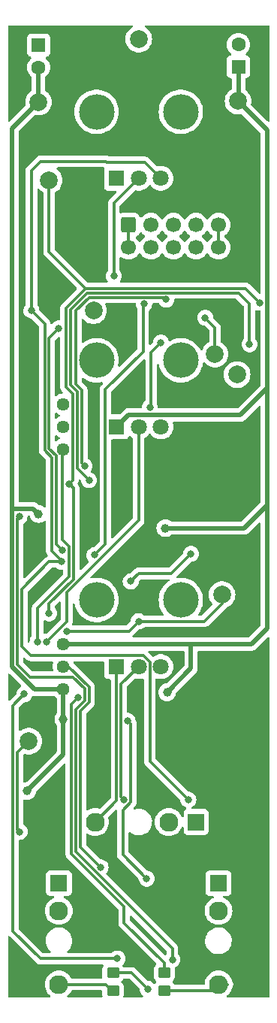
<source format=gtl>
G04 #@! TF.GenerationSoftware,KiCad,Pcbnew,8.0.2-1*
G04 #@! TF.CreationDate,2024-09-25T20:59:28+02:00*
G04 #@! TF.ProjectId,wavefolder,77617665-666f-46c6-9465-722e6b696361,rev?*
G04 #@! TF.SameCoordinates,Original*
G04 #@! TF.FileFunction,Copper,L1,Top*
G04 #@! TF.FilePolarity,Positive*
%FSLAX46Y46*%
G04 Gerber Fmt 4.6, Leading zero omitted, Abs format (unit mm)*
G04 Created by KiCad (PCBNEW 8.0.2-1) date 2024-09-25 20:59:28*
%MOMM*%
%LPD*%
G01*
G04 APERTURE LIST*
G04 Aperture macros list*
%AMRoundRect*
0 Rectangle with rounded corners*
0 $1 Rounding radius*
0 $2 $3 $4 $5 $6 $7 $8 $9 X,Y pos of 4 corners*
0 Add a 4 corners polygon primitive as box body*
4,1,4,$2,$3,$4,$5,$6,$7,$8,$9,$2,$3,0*
0 Add four circle primitives for the rounded corners*
1,1,$1+$1,$2,$3*
1,1,$1+$1,$4,$5*
1,1,$1+$1,$6,$7*
1,1,$1+$1,$8,$9*
0 Add four rect primitives between the rounded corners*
20,1,$1+$1,$2,$3,$4,$5,0*
20,1,$1+$1,$4,$5,$6,$7,0*
20,1,$1+$1,$6,$7,$8,$9,0*
20,1,$1+$1,$8,$9,$2,$3,0*%
G04 Aperture macros list end*
G04 #@! TA.AperFunction,ComponentPad*
%ADD10R,1.930000X1.830000*%
G04 #@! TD*
G04 #@! TA.AperFunction,ComponentPad*
%ADD11C,2.130000*%
G04 #@! TD*
G04 #@! TA.AperFunction,ComponentPad*
%ADD12C,2.000000*%
G04 #@! TD*
G04 #@! TA.AperFunction,ComponentPad*
%ADD13R,1.830000X1.930000*%
G04 #@! TD*
G04 #@! TA.AperFunction,ComponentPad*
%ADD14O,4.000000X4.000000*%
G04 #@! TD*
G04 #@! TA.AperFunction,ComponentPad*
%ADD15R,1.800000X1.800000*%
G04 #@! TD*
G04 #@! TA.AperFunction,ComponentPad*
%ADD16C,1.800000*%
G04 #@! TD*
G04 #@! TA.AperFunction,ComponentPad*
%ADD17C,1.440000*%
G04 #@! TD*
G04 #@! TA.AperFunction,SMDPad,CuDef*
%ADD18RoundRect,0.250000X0.450000X-0.350000X0.450000X0.350000X-0.450000X0.350000X-0.450000X-0.350000X0*%
G04 #@! TD*
G04 #@! TA.AperFunction,ComponentPad*
%ADD19R,1.600000X1.600000*%
G04 #@! TD*
G04 #@! TA.AperFunction,ComponentPad*
%ADD20C,1.600000*%
G04 #@! TD*
G04 #@! TA.AperFunction,ComponentPad*
%ADD21RoundRect,0.250000X-0.600000X0.600000X-0.600000X-0.600000X0.600000X-0.600000X0.600000X0.600000X0*%
G04 #@! TD*
G04 #@! TA.AperFunction,ComponentPad*
%ADD22C,1.700000*%
G04 #@! TD*
G04 #@! TA.AperFunction,ViaPad*
%ADD23C,1.000000*%
G04 #@! TD*
G04 #@! TA.AperFunction,ViaPad*
%ADD24C,0.800000*%
G04 #@! TD*
G04 #@! TA.AperFunction,Conductor*
%ADD25C,0.300000*%
G04 #@! TD*
G04 #@! TA.AperFunction,Conductor*
%ADD26C,0.500000*%
G04 #@! TD*
G04 APERTURE END LIST*
D10*
X106000000Y-146900000D03*
D11*
X106000000Y-158300000D03*
X106000000Y-150000000D03*
D12*
X103700000Y-58900000D03*
D13*
X121480000Y-140000000D03*
D11*
X110080000Y-140000000D03*
X118380000Y-140000000D03*
D10*
X124000000Y-146900000D03*
D11*
X124000000Y-158300000D03*
X124000000Y-150000000D03*
D14*
X110250000Y-115000000D03*
X119750000Y-115000000D03*
D15*
X112500000Y-122500000D03*
D16*
X115000000Y-122500000D03*
X117500000Y-122500000D03*
D17*
X106500000Y-119950000D03*
X106500000Y-122490000D03*
X106500000Y-125030000D03*
D14*
X110250000Y-88000000D03*
X119750000Y-88000000D03*
D15*
X112500000Y-95500000D03*
D16*
X115000000Y-95500000D03*
X117500000Y-95500000D03*
D17*
X106500000Y-92960000D03*
X106500000Y-95500000D03*
X106500000Y-98040000D03*
D14*
X110250000Y-60000000D03*
X119750000Y-60000000D03*
D15*
X112500000Y-67500000D03*
D16*
X115000000Y-67500000D03*
X117500000Y-67500000D03*
D18*
X117900000Y-159000000D03*
X117900000Y-157000000D03*
X112100000Y-159000000D03*
X112100000Y-157000000D03*
D12*
X115000000Y-51800000D03*
X126200000Y-58800000D03*
X123600000Y-87300000D03*
D19*
X103700000Y-52500000D03*
D20*
X103700000Y-55000000D03*
D12*
X109900000Y-82400000D03*
X102600000Y-130900000D03*
D21*
X113840000Y-72750000D03*
D22*
X113840000Y-75290000D03*
X116380000Y-72750000D03*
X116380000Y-75290000D03*
X118920000Y-72750000D03*
X118920000Y-75290000D03*
X121460000Y-72750000D03*
X121460000Y-75290000D03*
X124000000Y-72750000D03*
X124000000Y-75290000D03*
D19*
X126250000Y-54932380D03*
D20*
X126250000Y-52432380D03*
D12*
X124400000Y-114400000D03*
X126100000Y-89600000D03*
X104900000Y-67700000D03*
D23*
X118000000Y-106900000D03*
X118200000Y-125400000D03*
X102400000Y-136500000D03*
X103700000Y-105300000D03*
X106500000Y-128400000D03*
D24*
X106300000Y-110700000D03*
X120600000Y-137500000D03*
X102900000Y-82400000D03*
X118100000Y-81150000D03*
X122500000Y-83200000D03*
X108890331Y-99929669D03*
X116250000Y-93300000D03*
X117500000Y-86000000D03*
X101575736Y-141100000D03*
X101550000Y-105600000D03*
X118800000Y-155500000D03*
X116000000Y-158800000D03*
X104600003Y-119700000D03*
X110700001Y-145100000D03*
X106900000Y-118500000D03*
X115000000Y-117400000D03*
X108150000Y-126000000D03*
X128650000Y-81500000D03*
X104900000Y-116500000D03*
X107150000Y-101900000D03*
X106400000Y-109400000D03*
X106000000Y-84400000D03*
X113300000Y-137500000D03*
X102100000Y-125600000D03*
X103600000Y-119700000D03*
X112600000Y-155400000D03*
X112200000Y-78500000D03*
X115600000Y-81650000D03*
X110015238Y-109938314D03*
X115900000Y-146400000D03*
X113750000Y-128600000D03*
X120900000Y-109800000D03*
X114100000Y-112900000D03*
X109400000Y-101500000D03*
X127500000Y-86200000D03*
D25*
X124400000Y-114400000D02*
X124400000Y-115400000D01*
X122400000Y-117400000D02*
X115000000Y-117400000D01*
X124400000Y-115400000D02*
X122400000Y-117400000D01*
X115900000Y-146400000D02*
X113200000Y-143700000D01*
X113200000Y-143700000D02*
X113200000Y-138660661D01*
X114100000Y-128950000D02*
X113750000Y-128600000D01*
X113200000Y-138660661D02*
X114100000Y-137760661D01*
X114100000Y-137760661D02*
X114100000Y-128950000D01*
D26*
X113850000Y-94150000D02*
X126450000Y-94150000D01*
X126200000Y-58800000D02*
X129500000Y-62100000D01*
X129500000Y-91100000D02*
X129500000Y-91000000D01*
X120900000Y-119950000D02*
X127750000Y-119950000D01*
X126900000Y-106900000D02*
X129500000Y-104300000D01*
X129500000Y-104300000D02*
X129500000Y-118200000D01*
X127750000Y-119950000D02*
X129500000Y-118200000D01*
X118000000Y-106900000D02*
X126900000Y-106900000D01*
X126250000Y-54932380D02*
X126250000Y-58750000D01*
X129500000Y-91000000D02*
X129500000Y-104300000D01*
X126450000Y-94150000D02*
X129500000Y-91100000D01*
X118200000Y-125400000D02*
X120900000Y-122700000D01*
X126250000Y-58750000D02*
X126200000Y-58800000D01*
X120900000Y-122700000D02*
X120900000Y-119950000D01*
X112500000Y-95500000D02*
X113850000Y-94150000D01*
X106500000Y-119950000D02*
X120900000Y-119950000D01*
X129500000Y-62100000D02*
X129500000Y-91000000D01*
X106500000Y-125030000D02*
X106500000Y-132400000D01*
X100700000Y-104700000D02*
X100700000Y-61900000D01*
X100700000Y-104700000D02*
X103100000Y-104700000D01*
X103700000Y-58900000D02*
X103700000Y-55000000D01*
X106500000Y-125030000D02*
X103230000Y-125030000D01*
X100700000Y-61900000D02*
X103700000Y-58900000D01*
X100700000Y-122500000D02*
X100700000Y-104700000D01*
X106500000Y-128400000D02*
X106500000Y-125030000D01*
X103100000Y-104700000D02*
X103700000Y-105300000D01*
X103230000Y-125030000D02*
X100700000Y-122500000D01*
X106500000Y-132400000D02*
X102400000Y-136500000D01*
D25*
X113840000Y-72750000D02*
X113840000Y-75290000D01*
X124000000Y-72750000D02*
X124000000Y-75290000D01*
X105200000Y-98960316D02*
X104400000Y-98160316D01*
X102850000Y-121250000D02*
X101800000Y-120200000D01*
X117500000Y-67500000D02*
X115700000Y-65700000D01*
X105200000Y-109460661D02*
X105200000Y-98960316D01*
X106300000Y-110700000D02*
X106300000Y-110560661D01*
X111300000Y-65600000D02*
X103900000Y-65600000D01*
X120600000Y-137500000D02*
X116250000Y-133150000D01*
X116250000Y-133150000D02*
X116250000Y-121982233D01*
X104400000Y-83900000D02*
X102900000Y-82400000D01*
X115700000Y-65700000D02*
X111400000Y-65700000D01*
X102900000Y-66600000D02*
X102900000Y-82400000D01*
X103900000Y-65600000D02*
X102900000Y-66600000D01*
X104900000Y-110700000D02*
X106300000Y-110700000D01*
X111400000Y-65700000D02*
X111300000Y-65600000D01*
X115517767Y-121250000D02*
X102850000Y-121250000D01*
X101800000Y-113800000D02*
X104900000Y-110700000D01*
X101800000Y-120200000D02*
X101800000Y-113800000D01*
X116250000Y-121982233D02*
X115517767Y-121250000D01*
X106300000Y-110560661D02*
X105200000Y-109460661D01*
X104400000Y-98160316D02*
X104400000Y-83900000D01*
X123600000Y-87300000D02*
X123600000Y-84300000D01*
X117850000Y-80900000D02*
X118100000Y-81150000D01*
X108570000Y-91355788D02*
X107900000Y-90685788D01*
X108890331Y-99929669D02*
X108570000Y-99609338D01*
X107900000Y-82414212D02*
X109414212Y-80900000D01*
X109414212Y-80900000D02*
X117850000Y-80900000D01*
X108570000Y-99609338D02*
X108570000Y-91355788D01*
X107900000Y-90685788D02*
X107900000Y-82414212D01*
X123600000Y-84300000D02*
X122500000Y-83200000D01*
X116400000Y-87100000D02*
X117500000Y-86000000D01*
X116400000Y-93150000D02*
X116400000Y-87100000D01*
X116250000Y-93300000D02*
X116400000Y-93150000D01*
X112100000Y-159000000D02*
X112000000Y-159000000D01*
X111300000Y-158300000D02*
X106000000Y-158300000D01*
X112000000Y-159000000D02*
X111300000Y-158300000D01*
X110080000Y-140000000D02*
X112500000Y-137580000D01*
X112500000Y-137580000D02*
X112500000Y-122500000D01*
X117900000Y-159000000D02*
X124300000Y-159000000D01*
X124300000Y-159000000D02*
X125000000Y-158300000D01*
X101575736Y-141100000D02*
X101325736Y-140850000D01*
X101325736Y-132174264D02*
X102600000Y-130900000D01*
X101325736Y-140850000D02*
X101325736Y-132174264D01*
X118800000Y-154260661D02*
X107900000Y-143360661D01*
X108900000Y-125000000D02*
X107600000Y-123700000D01*
X107600000Y-123700000D02*
X102748528Y-123700000D01*
X108900000Y-126310661D02*
X108900000Y-125000000D01*
X107900000Y-127310661D02*
X108900000Y-126310661D01*
X102748528Y-123700000D02*
X101300000Y-122251472D01*
X101300000Y-105850000D02*
X101550000Y-105600000D01*
X118800000Y-155500000D02*
X118800000Y-154260661D01*
X107900000Y-143360661D02*
X107900000Y-127310661D01*
X101300000Y-122251472D02*
X101300000Y-105850000D01*
X116000000Y-158800000D02*
X114200000Y-157000000D01*
X114200000Y-157000000D02*
X112100000Y-157000000D01*
X115000000Y-95500000D02*
X115000000Y-106014213D01*
X115000000Y-106014213D02*
X106900000Y-114114213D01*
X106900000Y-114114213D02*
X106900000Y-117400003D01*
X106900000Y-117400003D02*
X104600003Y-119700000D01*
X110700001Y-145100000D02*
X108400000Y-142799999D01*
X107097106Y-122490000D02*
X106500000Y-122490000D01*
X108400000Y-127517768D02*
X109400000Y-126517768D01*
X109400000Y-124792894D02*
X107097106Y-122490000D01*
X109400000Y-126517768D02*
X109400000Y-124792894D01*
X108400000Y-142799999D02*
X108400000Y-127517768D01*
X106900000Y-118500000D02*
X113900000Y-118500000D01*
X113900000Y-118500000D02*
X115000000Y-117400000D01*
X107400000Y-126750000D02*
X108150000Y-126000000D01*
X107400000Y-143600000D02*
X107400000Y-126750000D01*
X107570000Y-101480000D02*
X107570000Y-91770000D01*
X107650000Y-112657107D02*
X107650000Y-102400000D01*
X106800000Y-91000001D02*
X106800000Y-82100000D01*
X113350000Y-151350000D02*
X113350000Y-149550000D01*
X106800000Y-82100000D02*
X109000000Y-79900000D01*
X117900000Y-155900000D02*
X113350000Y-151350000D01*
X127050000Y-79900000D02*
X128650000Y-81500000D01*
X107150000Y-101900000D02*
X107570000Y-101480000D01*
X117900000Y-157000000D02*
X117900000Y-155900000D01*
X104900000Y-75800000D02*
X109000000Y-79900000D01*
X107570000Y-91770000D02*
X107092893Y-91292894D01*
X107650000Y-102400000D02*
X107150000Y-101900000D01*
X113350000Y-149550000D02*
X107400000Y-143600000D01*
X109000000Y-79900000D02*
X127050000Y-79900000D01*
X104900000Y-116500000D02*
X104900000Y-115407107D01*
X104900000Y-115407107D02*
X107650000Y-112657107D01*
X107092893Y-91292894D02*
X106800000Y-91000001D01*
X104900000Y-67700000D02*
X104900000Y-75800000D01*
X105700000Y-108700000D02*
X105700000Y-98753209D01*
X105700000Y-98753209D02*
X104900000Y-97953209D01*
X106400000Y-109400000D02*
X105700000Y-108700000D01*
X104900000Y-85500000D02*
X106000000Y-84400000D01*
X104900000Y-97953209D02*
X104900000Y-85500000D01*
X113000000Y-137200000D02*
X113000000Y-124500000D01*
X113300000Y-137500000D02*
X113000000Y-137200000D01*
X113000000Y-124500000D02*
X115000000Y-122500000D01*
X103600000Y-115900000D02*
X103600000Y-119700000D01*
X106500000Y-98040000D02*
X106400000Y-98140000D01*
X107150000Y-108950000D02*
X107150000Y-112350000D01*
X100825736Y-152325736D02*
X100825736Y-126874264D01*
X100825736Y-126874264D02*
X102100000Y-125600000D01*
X107150000Y-112350000D02*
X103600000Y-115900000D01*
X106400000Y-98140000D02*
X106400000Y-108200000D01*
X112600000Y-155400000D02*
X103900000Y-155400000D01*
X106400000Y-108200000D02*
X107150000Y-108950000D01*
X103900000Y-155400000D02*
X100825736Y-152325736D01*
X112200000Y-70300000D02*
X115000000Y-67500000D01*
X112200000Y-78500000D02*
X112200000Y-70300000D01*
X115500000Y-81750000D02*
X115500000Y-87000000D01*
X111250000Y-108703552D02*
X110015238Y-109938314D01*
X111250000Y-91250000D02*
X111250000Y-108703552D01*
X115500000Y-87000000D02*
X111250000Y-91250000D01*
X115600000Y-81650000D02*
X115500000Y-81750000D01*
X118700000Y-112000000D02*
X120900000Y-109800000D01*
X115000000Y-112000000D02*
X118700000Y-112000000D01*
X114100000Y-112900000D02*
X115000000Y-112000000D01*
X127500000Y-81600000D02*
X127500000Y-86200000D01*
X109207106Y-80400000D02*
X126300000Y-80400000D01*
X108070000Y-100170000D02*
X108070000Y-91562894D01*
X108070000Y-91562894D02*
X107300000Y-90792894D01*
X107300000Y-82307106D02*
X109207106Y-80400000D01*
X126300000Y-80400000D02*
X127500000Y-81600000D01*
X107300000Y-90792894D02*
X107300000Y-82307106D01*
X109400000Y-101500000D02*
X108070000Y-100170000D01*
G04 #@! TA.AperFunction,NonConductor*
G36*
X122814855Y-73416546D02*
G01*
X122831575Y-73435842D01*
X122961501Y-73621396D01*
X122961506Y-73621402D01*
X123128597Y-73788493D01*
X123128603Y-73788498D01*
X123296623Y-73906147D01*
X123340248Y-73960724D01*
X123349500Y-74007722D01*
X123349500Y-74032278D01*
X123329815Y-74099317D01*
X123296623Y-74133853D01*
X123128597Y-74251505D01*
X122961505Y-74418597D01*
X122831575Y-74604158D01*
X122776998Y-74647783D01*
X122707500Y-74654977D01*
X122645145Y-74623454D01*
X122628425Y-74604158D01*
X122498494Y-74418597D01*
X122331402Y-74251506D01*
X122331396Y-74251501D01*
X122145842Y-74121575D01*
X122102217Y-74066998D01*
X122095023Y-73997500D01*
X122126546Y-73935145D01*
X122145842Y-73918425D01*
X122288325Y-73818657D01*
X122331401Y-73788495D01*
X122498495Y-73621401D01*
X122628425Y-73435842D01*
X122683002Y-73392217D01*
X122752500Y-73385023D01*
X122814855Y-73416546D01*
G37*
G04 #@! TD.AperFunction*
G04 #@! TA.AperFunction,NonConductor*
G36*
X120274855Y-73416546D02*
G01*
X120291575Y-73435842D01*
X120421501Y-73621396D01*
X120421506Y-73621402D01*
X120588597Y-73788493D01*
X120588603Y-73788498D01*
X120774158Y-73918425D01*
X120817783Y-73973002D01*
X120824977Y-74042500D01*
X120793454Y-74104855D01*
X120774158Y-74121575D01*
X120588597Y-74251505D01*
X120421505Y-74418597D01*
X120291575Y-74604158D01*
X120236998Y-74647783D01*
X120167500Y-74654977D01*
X120105145Y-74623454D01*
X120088425Y-74604158D01*
X119958494Y-74418597D01*
X119791402Y-74251506D01*
X119791396Y-74251501D01*
X119605842Y-74121575D01*
X119562217Y-74066998D01*
X119555023Y-73997500D01*
X119586546Y-73935145D01*
X119605842Y-73918425D01*
X119748325Y-73818657D01*
X119791401Y-73788495D01*
X119958495Y-73621401D01*
X120088425Y-73435842D01*
X120143002Y-73392217D01*
X120212500Y-73385023D01*
X120274855Y-73416546D01*
G37*
G04 #@! TD.AperFunction*
G04 #@! TA.AperFunction,NonConductor*
G36*
X117734855Y-73416546D02*
G01*
X117751575Y-73435842D01*
X117881501Y-73621396D01*
X117881506Y-73621402D01*
X118048597Y-73788493D01*
X118048603Y-73788498D01*
X118234158Y-73918425D01*
X118277783Y-73973002D01*
X118284977Y-74042500D01*
X118253454Y-74104855D01*
X118234158Y-74121575D01*
X118048597Y-74251505D01*
X117881505Y-74418597D01*
X117751575Y-74604158D01*
X117696998Y-74647783D01*
X117627500Y-74654977D01*
X117565145Y-74623454D01*
X117548425Y-74604158D01*
X117418494Y-74418597D01*
X117251402Y-74251506D01*
X117251396Y-74251501D01*
X117065842Y-74121575D01*
X117022217Y-74066998D01*
X117015023Y-73997500D01*
X117046546Y-73935145D01*
X117065842Y-73918425D01*
X117208325Y-73818657D01*
X117251401Y-73788495D01*
X117418495Y-73621401D01*
X117548425Y-73435842D01*
X117603002Y-73392217D01*
X117672500Y-73385023D01*
X117734855Y-73416546D01*
G37*
G04 #@! TD.AperFunction*
G04 #@! TA.AperFunction,NonConductor*
G36*
X115300720Y-73588779D02*
G01*
X115337483Y-73617766D01*
X115337677Y-73617573D01*
X115339313Y-73619209D01*
X115340354Y-73620030D01*
X115341501Y-73621397D01*
X115508597Y-73788493D01*
X115508603Y-73788498D01*
X115694158Y-73918425D01*
X115737783Y-73973002D01*
X115744977Y-74042500D01*
X115713454Y-74104855D01*
X115694158Y-74121575D01*
X115508597Y-74251505D01*
X115341505Y-74418597D01*
X115211575Y-74604158D01*
X115156998Y-74647783D01*
X115087500Y-74654977D01*
X115025145Y-74623454D01*
X115008425Y-74604158D01*
X114878494Y-74418597D01*
X114711398Y-74251501D01*
X114710030Y-74250354D01*
X114709592Y-74249696D01*
X114707573Y-74247677D01*
X114707978Y-74247271D01*
X114671330Y-74192182D01*
X114670224Y-74122321D01*
X114707063Y-74062952D01*
X114750737Y-74037662D01*
X114759334Y-74034814D01*
X114908656Y-73942712D01*
X115032712Y-73818656D01*
X115124814Y-73669334D01*
X115127662Y-73660738D01*
X115167429Y-73603294D01*
X115231944Y-73576468D01*
X115300720Y-73588779D01*
G37*
G04 #@! TD.AperFunction*
G04 #@! TA.AperFunction,NonConductor*
G36*
X111082437Y-66270185D02*
G01*
X111084290Y-66271398D01*
X111086038Y-66272566D01*
X111130842Y-66326179D01*
X111139549Y-66395504D01*
X111133328Y-66419000D01*
X111105909Y-66492514D01*
X111105908Y-66492516D01*
X111099501Y-66552116D01*
X111099500Y-66552135D01*
X111099500Y-68447870D01*
X111099501Y-68447876D01*
X111105908Y-68507483D01*
X111156202Y-68642328D01*
X111156206Y-68642335D01*
X111242452Y-68757544D01*
X111242455Y-68757547D01*
X111357664Y-68843793D01*
X111357671Y-68843797D01*
X111492517Y-68894091D01*
X111492516Y-68894091D01*
X111499444Y-68894835D01*
X111552127Y-68900500D01*
X112380191Y-68900499D01*
X112447230Y-68920183D01*
X112492985Y-68972987D01*
X112502929Y-69042146D01*
X112473904Y-69105702D01*
X112467872Y-69112180D01*
X111694726Y-69885326D01*
X111623534Y-69991874D01*
X111574499Y-70110255D01*
X111574497Y-70110261D01*
X111549500Y-70235928D01*
X111549500Y-77829078D01*
X111529815Y-77896117D01*
X111517650Y-77912050D01*
X111467466Y-77967785D01*
X111372821Y-78131715D01*
X111372818Y-78131722D01*
X111314327Y-78311740D01*
X111314326Y-78311744D01*
X111294540Y-78500000D01*
X111314326Y-78688256D01*
X111314327Y-78688259D01*
X111372818Y-78868277D01*
X111372821Y-78868284D01*
X111467467Y-79032216D01*
X111476752Y-79042528D01*
X111506982Y-79105519D01*
X111498357Y-79174855D01*
X111453615Y-79228520D01*
X111386963Y-79249478D01*
X111384602Y-79249500D01*
X109320808Y-79249500D01*
X109253769Y-79229815D01*
X109233127Y-79213181D01*
X105586819Y-75566873D01*
X105553334Y-75505550D01*
X105550500Y-75479192D01*
X105550500Y-69127989D01*
X105570185Y-69060950D01*
X105615483Y-69018934D01*
X105723507Y-68960475D01*
X105723506Y-68960475D01*
X105723509Y-68960474D01*
X105919744Y-68807738D01*
X106088164Y-68624785D01*
X106224173Y-68416607D01*
X106324063Y-68188881D01*
X106385108Y-67947821D01*
X106405643Y-67700000D01*
X106385108Y-67452179D01*
X106324063Y-67211119D01*
X106224173Y-66983393D01*
X106124709Y-66831151D01*
X106088166Y-66775217D01*
X106066557Y-66751744D01*
X105919744Y-66592262D01*
X105765683Y-66472351D01*
X105724872Y-66415643D01*
X105721197Y-66345870D01*
X105755828Y-66285187D01*
X105817770Y-66252860D01*
X105841847Y-66250500D01*
X111015398Y-66250500D01*
X111082437Y-66270185D01*
G37*
G04 #@! TD.AperFunction*
G04 #@! TA.AperFunction,NonConductor*
G36*
X103755703Y-68673599D02*
G01*
X103765725Y-68683324D01*
X103880256Y-68807738D01*
X104002764Y-68903090D01*
X104076488Y-68960472D01*
X104076492Y-68960475D01*
X104184517Y-69018934D01*
X104234108Y-69068153D01*
X104249500Y-69127989D01*
X104249500Y-75864069D01*
X104270140Y-75967830D01*
X104271734Y-75975842D01*
X104274499Y-75989744D01*
X104323534Y-76108125D01*
X104394726Y-76214673D01*
X104394727Y-76214674D01*
X107992372Y-79812318D01*
X108025857Y-79873641D01*
X108020873Y-79943333D01*
X107992372Y-79987680D01*
X106294726Y-81685326D01*
X106235145Y-81774498D01*
X106223533Y-81791876D01*
X106174499Y-81910255D01*
X106174497Y-81910261D01*
X106149500Y-82035928D01*
X106149500Y-83375500D01*
X106129815Y-83442539D01*
X106077011Y-83488294D01*
X106025500Y-83499500D01*
X105905354Y-83499500D01*
X105872897Y-83506398D01*
X105720197Y-83538855D01*
X105720192Y-83538857D01*
X105547270Y-83615848D01*
X105547265Y-83615851D01*
X105394129Y-83727111D01*
X105263119Y-83872613D01*
X105261779Y-83871407D01*
X105213379Y-83908711D01*
X105143765Y-83914673D01*
X105081977Y-83882053D01*
X105047635Y-83821206D01*
X105046802Y-83817340D01*
X105028854Y-83727112D01*
X105025501Y-83710256D01*
X104976465Y-83591873D01*
X104976464Y-83591870D01*
X104905277Y-83485331D01*
X104905271Y-83485324D01*
X103834808Y-82414862D01*
X103801323Y-82353539D01*
X103799168Y-82340141D01*
X103798263Y-82331533D01*
X103785674Y-82211744D01*
X103727179Y-82031716D01*
X103632533Y-81867784D01*
X103582350Y-81812050D01*
X103552120Y-81749058D01*
X103550500Y-81729078D01*
X103550500Y-68767312D01*
X103570185Y-68700273D01*
X103622989Y-68654518D01*
X103692147Y-68644574D01*
X103755703Y-68673599D01*
G37*
G04 #@! TD.AperFunction*
G04 #@! TA.AperFunction,NonConductor*
G36*
X114639471Y-81570185D02*
G01*
X114685226Y-81622989D01*
X114695752Y-81661535D01*
X114714326Y-81838256D01*
X114714327Y-81838259D01*
X114772818Y-82018277D01*
X114772821Y-82018284D01*
X114783009Y-82035931D01*
X114832887Y-82122321D01*
X114849500Y-82184321D01*
X114849500Y-86679191D01*
X114829815Y-86746230D01*
X114813181Y-86766872D01*
X112895681Y-88684371D01*
X112834358Y-88717856D01*
X112764666Y-88712872D01*
X112708733Y-88671000D01*
X112684316Y-88605536D01*
X112686195Y-88573465D01*
X112735688Y-88314015D01*
X112738906Y-88262864D01*
X112755444Y-88000005D01*
X112755444Y-87999994D01*
X112735689Y-87685995D01*
X112735688Y-87685988D01*
X112735688Y-87685985D01*
X112676731Y-87376921D01*
X112579503Y-87077685D01*
X112571719Y-87061144D01*
X112483133Y-86872888D01*
X112445537Y-86792993D01*
X112302933Y-86568284D01*
X112276948Y-86527338D01*
X112276945Y-86527334D01*
X112076393Y-86284909D01*
X112076391Y-86284907D01*
X111985975Y-86200000D01*
X111847030Y-86069522D01*
X111847027Y-86069520D01*
X111847021Y-86069515D01*
X111592495Y-85884591D01*
X111592488Y-85884586D01*
X111592484Y-85884584D01*
X111316766Y-85733006D01*
X111316763Y-85733004D01*
X111316758Y-85733002D01*
X111316757Y-85733001D01*
X111024228Y-85617181D01*
X111024225Y-85617180D01*
X110719476Y-85538934D01*
X110719463Y-85538932D01*
X110407329Y-85499500D01*
X110407318Y-85499500D01*
X110092682Y-85499500D01*
X110092670Y-85499500D01*
X109780536Y-85538932D01*
X109780523Y-85538934D01*
X109475774Y-85617180D01*
X109475771Y-85617181D01*
X109183242Y-85733001D01*
X109183241Y-85733002D01*
X108907516Y-85884584D01*
X108907504Y-85884591D01*
X108747385Y-86000924D01*
X108681578Y-86024404D01*
X108613525Y-86008578D01*
X108564830Y-85958472D01*
X108550500Y-85900606D01*
X108550500Y-83467312D01*
X108570185Y-83400273D01*
X108622989Y-83354518D01*
X108692147Y-83344574D01*
X108755703Y-83373599D01*
X108765725Y-83383324D01*
X108880256Y-83507738D01*
X109076491Y-83660474D01*
X109295190Y-83778828D01*
X109530386Y-83859571D01*
X109775665Y-83900500D01*
X110024335Y-83900500D01*
X110269614Y-83859571D01*
X110504810Y-83778828D01*
X110723509Y-83660474D01*
X110919744Y-83507738D01*
X111088164Y-83324785D01*
X111224173Y-83116607D01*
X111324063Y-82888881D01*
X111385108Y-82647821D01*
X111385109Y-82647812D01*
X111405643Y-82400005D01*
X111405643Y-82399994D01*
X111385109Y-82152187D01*
X111385107Y-82152175D01*
X111324063Y-81911118D01*
X111242121Y-81724310D01*
X111233218Y-81655010D01*
X111263195Y-81591898D01*
X111322534Y-81555011D01*
X111355677Y-81550500D01*
X114572432Y-81550500D01*
X114639471Y-81570185D01*
G37*
G04 #@! TD.AperFunction*
G04 #@! TA.AperFunction,NonConductor*
G36*
X106068834Y-85353626D02*
G01*
X106124767Y-85395498D01*
X106149184Y-85460962D01*
X106149500Y-85469808D01*
X106149500Y-91064070D01*
X106149500Y-91064072D01*
X106149499Y-91064072D01*
X106171350Y-91173915D01*
X106174497Y-91189739D01*
X106174500Y-91189748D01*
X106223532Y-91308124D01*
X106294726Y-91414674D01*
X106417614Y-91537562D01*
X106451099Y-91598885D01*
X106446115Y-91668577D01*
X106404243Y-91724510D01*
X106340742Y-91748771D01*
X106287256Y-91753450D01*
X106287247Y-91753452D01*
X106080977Y-91808721D01*
X106080968Y-91808725D01*
X105887425Y-91898975D01*
X105745623Y-91998265D01*
X105679416Y-92020592D01*
X105611649Y-92003580D01*
X105563837Y-91952632D01*
X105550500Y-91896689D01*
X105550500Y-85820808D01*
X105570185Y-85753769D01*
X105586819Y-85733127D01*
X105937819Y-85382127D01*
X105999142Y-85348642D01*
X106068834Y-85353626D01*
G37*
G04 #@! TD.AperFunction*
G04 #@! TA.AperFunction,NonConductor*
G36*
X126046231Y-81070185D02*
G01*
X126066873Y-81086819D01*
X126813181Y-81833127D01*
X126846666Y-81894450D01*
X126849500Y-81920808D01*
X126849500Y-85529078D01*
X126829815Y-85596117D01*
X126817650Y-85612050D01*
X126767466Y-85667785D01*
X126672821Y-85831715D01*
X126672818Y-85831722D01*
X126614327Y-86011740D01*
X126614326Y-86011744D01*
X126594540Y-86200000D01*
X126614326Y-86388256D01*
X126614327Y-86388259D01*
X126672818Y-86568277D01*
X126672821Y-86568284D01*
X126767467Y-86732216D01*
X126838511Y-86811118D01*
X126894129Y-86872888D01*
X127047265Y-86984148D01*
X127047270Y-86984151D01*
X127220192Y-87061142D01*
X127220197Y-87061144D01*
X127405354Y-87100500D01*
X127405355Y-87100500D01*
X127594644Y-87100500D01*
X127594646Y-87100500D01*
X127779803Y-87061144D01*
X127952730Y-86984151D01*
X128105871Y-86872888D01*
X128232533Y-86732216D01*
X128327179Y-86568284D01*
X128385674Y-86388256D01*
X128405460Y-86200000D01*
X128385674Y-86011744D01*
X128327179Y-85831716D01*
X128232533Y-85667784D01*
X128182350Y-85612050D01*
X128152120Y-85549058D01*
X128150500Y-85529078D01*
X128150500Y-82454271D01*
X128170185Y-82387232D01*
X128222989Y-82341477D01*
X128292147Y-82331533D01*
X128324930Y-82340989D01*
X128370197Y-82361144D01*
X128555354Y-82400500D01*
X128555355Y-82400500D01*
X128625500Y-82400500D01*
X128692539Y-82420185D01*
X128738294Y-82472989D01*
X128749500Y-82524500D01*
X128749500Y-90737770D01*
X128729815Y-90804809D01*
X128713181Y-90825451D01*
X126175451Y-93363181D01*
X126114128Y-93396666D01*
X126087770Y-93399500D01*
X117277568Y-93399500D01*
X117210529Y-93379815D01*
X117164774Y-93327011D01*
X117154247Y-93288462D01*
X117135674Y-93111744D01*
X117077179Y-92931716D01*
X117077178Y-92931715D01*
X117077178Y-92931713D01*
X117067112Y-92914277D01*
X117050500Y-92852279D01*
X117050500Y-88504955D01*
X117070185Y-88437916D01*
X117122989Y-88392161D01*
X117192147Y-88382217D01*
X117255703Y-88411242D01*
X117293477Y-88470020D01*
X117296301Y-88481707D01*
X117311327Y-88560475D01*
X117323270Y-88623083D01*
X117420497Y-88922316D01*
X117420499Y-88922321D01*
X117554461Y-89207003D01*
X117554464Y-89207009D01*
X117723051Y-89472661D01*
X117723054Y-89472665D01*
X117923606Y-89715090D01*
X117923608Y-89715092D01*
X117923610Y-89715094D01*
X118064950Y-89847821D01*
X118152968Y-89930476D01*
X118152978Y-89930484D01*
X118407504Y-90115408D01*
X118407509Y-90115410D01*
X118407516Y-90115416D01*
X118683234Y-90266994D01*
X118683239Y-90266996D01*
X118683241Y-90266997D01*
X118683242Y-90266998D01*
X118975771Y-90382818D01*
X118975774Y-90382819D01*
X119008950Y-90391337D01*
X119280527Y-90461066D01*
X119346010Y-90469338D01*
X119592670Y-90500499D01*
X119592679Y-90500499D01*
X119592682Y-90500500D01*
X119592684Y-90500500D01*
X119907316Y-90500500D01*
X119907318Y-90500500D01*
X119907321Y-90500499D01*
X119907329Y-90500499D01*
X120093593Y-90476968D01*
X120219473Y-90461066D01*
X120524225Y-90382819D01*
X120569284Y-90364979D01*
X120816757Y-90266998D01*
X120816758Y-90266997D01*
X120816756Y-90266997D01*
X120816766Y-90266994D01*
X121092484Y-90115416D01*
X121347030Y-89930478D01*
X121576390Y-89715094D01*
X121671609Y-89599994D01*
X124594357Y-89599994D01*
X124594357Y-89600005D01*
X124614890Y-89847812D01*
X124614892Y-89847824D01*
X124675936Y-90088881D01*
X124775826Y-90316606D01*
X124911833Y-90524782D01*
X124911836Y-90524785D01*
X125080256Y-90707738D01*
X125276491Y-90860474D01*
X125495190Y-90978828D01*
X125730386Y-91059571D01*
X125975665Y-91100500D01*
X126224335Y-91100500D01*
X126469614Y-91059571D01*
X126704810Y-90978828D01*
X126923509Y-90860474D01*
X127119744Y-90707738D01*
X127288164Y-90524785D01*
X127424173Y-90316607D01*
X127524063Y-90088881D01*
X127585108Y-89847821D01*
X127585109Y-89847812D01*
X127605643Y-89600005D01*
X127605643Y-89599994D01*
X127585109Y-89352187D01*
X127585107Y-89352175D01*
X127524063Y-89111118D01*
X127424173Y-88883393D01*
X127288166Y-88675217D01*
X127182538Y-88560475D01*
X127119744Y-88492262D01*
X126923509Y-88339526D01*
X126923507Y-88339525D01*
X126923506Y-88339524D01*
X126704811Y-88221172D01*
X126704802Y-88221169D01*
X126469616Y-88140429D01*
X126224335Y-88099500D01*
X125975665Y-88099500D01*
X125730383Y-88140429D01*
X125495197Y-88221169D01*
X125495188Y-88221172D01*
X125276493Y-88339524D01*
X125080257Y-88492261D01*
X124911833Y-88675217D01*
X124775826Y-88883393D01*
X124675936Y-89111118D01*
X124614892Y-89352175D01*
X124614890Y-89352187D01*
X124594357Y-89599994D01*
X121671609Y-89599994D01*
X121776947Y-89472663D01*
X121945537Y-89207007D01*
X122079503Y-88922315D01*
X122176731Y-88623079D01*
X122233858Y-88323608D01*
X122265754Y-88261448D01*
X122326196Y-88226398D01*
X122395993Y-88229590D01*
X122446890Y-88262864D01*
X122580256Y-88407738D01*
X122776491Y-88560474D01*
X122995190Y-88678828D01*
X123230386Y-88759571D01*
X123475665Y-88800500D01*
X123724335Y-88800500D01*
X123969614Y-88759571D01*
X124204810Y-88678828D01*
X124423509Y-88560474D01*
X124619744Y-88407738D01*
X124788164Y-88224785D01*
X124790525Y-88221172D01*
X124870016Y-88099500D01*
X124924173Y-88016607D01*
X125024063Y-87788881D01*
X125085108Y-87547821D01*
X125085109Y-87547812D01*
X125105643Y-87300005D01*
X125105643Y-87299994D01*
X125085109Y-87052187D01*
X125085107Y-87052175D01*
X125024063Y-86811118D01*
X124924173Y-86583393D01*
X124788166Y-86375217D01*
X124766557Y-86351744D01*
X124619744Y-86192262D01*
X124423509Y-86039526D01*
X124423508Y-86039525D01*
X124423505Y-86039523D01*
X124423498Y-86039519D01*
X124315482Y-85981063D01*
X124265891Y-85931844D01*
X124250500Y-85872009D01*
X124250500Y-84235928D01*
X124225502Y-84110261D01*
X124225501Y-84110260D01*
X124225501Y-84110256D01*
X124176465Y-83991873D01*
X124111552Y-83894723D01*
X124105277Y-83885331D01*
X124105275Y-83885328D01*
X123434808Y-83214862D01*
X123401323Y-83153539D01*
X123399168Y-83140141D01*
X123390626Y-83058867D01*
X123385674Y-83011744D01*
X123327179Y-82831716D01*
X123232533Y-82667784D01*
X123105871Y-82527112D01*
X123102276Y-82524500D01*
X122952734Y-82415851D01*
X122952729Y-82415848D01*
X122779807Y-82338857D01*
X122779802Y-82338855D01*
X122634001Y-82307865D01*
X122594646Y-82299500D01*
X122405354Y-82299500D01*
X122372897Y-82306398D01*
X122220197Y-82338855D01*
X122220192Y-82338857D01*
X122047270Y-82415848D01*
X122047265Y-82415851D01*
X121894129Y-82527111D01*
X121767466Y-82667785D01*
X121672821Y-82831715D01*
X121672818Y-82831722D01*
X121640166Y-82932216D01*
X121614326Y-83011744D01*
X121594540Y-83200000D01*
X121614326Y-83388256D01*
X121614327Y-83388259D01*
X121672818Y-83568277D01*
X121672821Y-83568284D01*
X121767467Y-83732216D01*
X121893881Y-83872613D01*
X121894129Y-83872888D01*
X122047265Y-83984148D01*
X122047270Y-83984151D01*
X122220192Y-84061142D01*
X122220197Y-84061144D01*
X122405354Y-84100500D01*
X122429192Y-84100500D01*
X122496231Y-84120185D01*
X122516873Y-84136819D01*
X122913181Y-84533127D01*
X122946666Y-84594450D01*
X122949500Y-84620808D01*
X122949500Y-85872009D01*
X122929815Y-85939048D01*
X122884518Y-85981063D01*
X122776501Y-86039519D01*
X122776494Y-86039523D01*
X122580257Y-86192261D01*
X122411833Y-86375217D01*
X122275827Y-86583391D01*
X122178488Y-86805302D01*
X122133532Y-86858787D01*
X122066795Y-86879477D01*
X121999468Y-86860802D01*
X121952924Y-86808692D01*
X121945537Y-86792993D01*
X121776947Y-86527337D01*
X121696054Y-86429554D01*
X121576393Y-86284909D01*
X121576391Y-86284907D01*
X121485975Y-86200000D01*
X121347030Y-86069522D01*
X121347027Y-86069520D01*
X121347021Y-86069515D01*
X121092495Y-85884591D01*
X121092488Y-85884586D01*
X121092484Y-85884584D01*
X120816766Y-85733006D01*
X120816763Y-85733004D01*
X120816758Y-85733002D01*
X120816757Y-85733001D01*
X120524228Y-85617181D01*
X120524225Y-85617180D01*
X120219476Y-85538934D01*
X120219463Y-85538932D01*
X119907329Y-85499500D01*
X119907318Y-85499500D01*
X119592682Y-85499500D01*
X119592670Y-85499500D01*
X119280536Y-85538932D01*
X119280523Y-85538934D01*
X118975774Y-85617180D01*
X118975771Y-85617181D01*
X118683242Y-85733001D01*
X118683234Y-85733005D01*
X118540413Y-85811522D01*
X118472183Y-85826569D01*
X118406649Y-85802339D01*
X118364618Y-85746525D01*
X118362745Y-85741177D01*
X118360129Y-85733127D01*
X118327179Y-85631716D01*
X118232533Y-85467784D01*
X118105871Y-85327112D01*
X118069243Y-85300500D01*
X117952734Y-85215851D01*
X117952729Y-85215848D01*
X117779807Y-85138857D01*
X117779802Y-85138855D01*
X117634001Y-85107865D01*
X117594646Y-85099500D01*
X117405354Y-85099500D01*
X117372897Y-85106398D01*
X117220197Y-85138855D01*
X117220192Y-85138857D01*
X117047270Y-85215848D01*
X117047265Y-85215851D01*
X116894129Y-85327111D01*
X116767466Y-85467785D01*
X116672821Y-85631715D01*
X116672818Y-85631722D01*
X116614327Y-85811739D01*
X116614326Y-85811741D01*
X116600831Y-85940143D01*
X116574246Y-86004757D01*
X116565191Y-86014862D01*
X116362181Y-86217872D01*
X116300858Y-86251357D01*
X116231166Y-86246373D01*
X116175233Y-86204501D01*
X116150816Y-86139037D01*
X116150500Y-86130191D01*
X116150500Y-82426298D01*
X116170185Y-82359259D01*
X116201619Y-82325977D01*
X116205871Y-82322888D01*
X116332533Y-82182216D01*
X116427179Y-82018284D01*
X116485674Y-81838256D01*
X116504247Y-81661536D01*
X116530832Y-81596924D01*
X116588129Y-81556939D01*
X116627568Y-81550500D01*
X117219829Y-81550500D01*
X117286868Y-81570185D01*
X117327216Y-81612500D01*
X117367466Y-81682214D01*
X117367465Y-81682214D01*
X117494129Y-81822888D01*
X117647265Y-81934148D01*
X117647270Y-81934151D01*
X117820192Y-82011142D01*
X117820197Y-82011144D01*
X118005354Y-82050500D01*
X118005355Y-82050500D01*
X118194644Y-82050500D01*
X118194646Y-82050500D01*
X118379803Y-82011144D01*
X118552730Y-81934151D01*
X118705871Y-81822888D01*
X118832533Y-81682216D01*
X118927179Y-81518284D01*
X118985674Y-81338256D01*
X119004247Y-81161536D01*
X119030832Y-81096924D01*
X119088129Y-81056939D01*
X119127568Y-81050500D01*
X125979192Y-81050500D01*
X126046231Y-81070185D01*
G37*
G04 #@! TD.AperFunction*
G04 #@! TA.AperFunction,NonConductor*
G36*
X115668834Y-87853626D02*
G01*
X115724767Y-87895498D01*
X115749184Y-87960962D01*
X115749500Y-87969808D01*
X115749500Y-92487373D01*
X115729815Y-92554412D01*
X115698387Y-92587690D01*
X115644128Y-92627112D01*
X115644123Y-92627116D01*
X115517466Y-92767785D01*
X115422821Y-92931715D01*
X115422818Y-92931722D01*
X115369751Y-93095047D01*
X115364326Y-93111744D01*
X115354800Y-93202383D01*
X115345753Y-93288462D01*
X115319168Y-93353076D01*
X115261871Y-93393061D01*
X115222432Y-93399500D01*
X113776080Y-93399500D01*
X113631092Y-93428340D01*
X113631082Y-93428343D01*
X113494511Y-93484912D01*
X113494498Y-93484919D01*
X113371584Y-93567048D01*
X113371580Y-93567051D01*
X112875451Y-94063181D01*
X112814128Y-94096666D01*
X112787770Y-94099500D01*
X112024500Y-94099500D01*
X111957461Y-94079815D01*
X111911706Y-94027011D01*
X111900500Y-93975500D01*
X111900500Y-91570808D01*
X111920185Y-91503769D01*
X111936819Y-91483127D01*
X115537819Y-87882127D01*
X115599142Y-87848642D01*
X115668834Y-87853626D01*
G37*
G04 #@! TD.AperFunction*
G04 #@! TA.AperFunction,NonConductor*
G36*
X105745622Y-93921734D02*
G01*
X105887419Y-94021021D01*
X105887421Y-94021022D01*
X105887420Y-94021022D01*
X105900264Y-94027011D01*
X106080970Y-94111276D01*
X106080983Y-94111279D01*
X106086064Y-94113130D01*
X106085292Y-94115250D01*
X106136710Y-94146594D01*
X106167237Y-94209442D01*
X106158939Y-94278817D01*
X106114452Y-94332693D01*
X106085685Y-94345830D01*
X106086064Y-94346870D01*
X106080972Y-94348723D01*
X106080970Y-94348724D01*
X106080968Y-94348725D01*
X105887425Y-94438975D01*
X105745623Y-94538265D01*
X105679416Y-94560592D01*
X105611649Y-94543580D01*
X105563837Y-94492632D01*
X105550500Y-94436689D01*
X105550500Y-94023310D01*
X105570185Y-93956271D01*
X105622989Y-93910516D01*
X105692147Y-93900572D01*
X105745622Y-93921734D01*
G37*
G04 #@! TD.AperFunction*
G04 #@! TA.AperFunction,NonConductor*
G36*
X105745622Y-96461734D02*
G01*
X105887419Y-96561021D01*
X105887421Y-96561022D01*
X105887420Y-96561022D01*
X105951936Y-96591106D01*
X106080970Y-96651276D01*
X106080983Y-96651279D01*
X106086064Y-96653130D01*
X106085292Y-96655250D01*
X106136710Y-96686594D01*
X106167237Y-96749442D01*
X106158939Y-96818817D01*
X106114452Y-96872693D01*
X106085685Y-96885830D01*
X106086064Y-96886870D01*
X106080972Y-96888723D01*
X106080970Y-96888724D01*
X106080968Y-96888725D01*
X105887425Y-96978975D01*
X105745623Y-97078265D01*
X105679416Y-97100592D01*
X105611649Y-97083580D01*
X105563837Y-97032632D01*
X105550500Y-96976689D01*
X105550500Y-96563310D01*
X105570185Y-96496271D01*
X105622989Y-96450516D01*
X105692147Y-96440572D01*
X105745622Y-96461734D01*
G37*
G04 #@! TD.AperFunction*
G04 #@! TA.AperFunction,NonConductor*
G36*
X114287938Y-50270185D02*
G01*
X114333693Y-50322989D01*
X114343637Y-50392147D01*
X114314612Y-50455703D01*
X114279916Y-50483555D01*
X114176496Y-50539522D01*
X114176494Y-50539523D01*
X113980257Y-50692261D01*
X113811833Y-50875217D01*
X113675826Y-51083393D01*
X113575936Y-51311118D01*
X113514892Y-51552175D01*
X113514890Y-51552187D01*
X113494357Y-51799994D01*
X113494357Y-51800005D01*
X113514890Y-52047812D01*
X113514892Y-52047824D01*
X113575936Y-52288881D01*
X113675826Y-52516606D01*
X113811833Y-52724782D01*
X113811836Y-52724785D01*
X113980256Y-52907738D01*
X114176491Y-53060474D01*
X114395190Y-53178828D01*
X114630386Y-53259571D01*
X114875665Y-53300500D01*
X115124335Y-53300500D01*
X115369614Y-53259571D01*
X115604810Y-53178828D01*
X115823509Y-53060474D01*
X116019744Y-52907738D01*
X116188164Y-52724785D01*
X116324173Y-52516607D01*
X116424063Y-52288881D01*
X116485108Y-52047821D01*
X116490240Y-51985891D01*
X116505643Y-51800005D01*
X116505643Y-51799994D01*
X116485109Y-51552187D01*
X116485107Y-51552175D01*
X116424063Y-51311118D01*
X116324173Y-51083393D01*
X116188166Y-50875217D01*
X116166557Y-50851744D01*
X116019744Y-50692262D01*
X115823509Y-50539526D01*
X115823508Y-50539525D01*
X115823505Y-50539523D01*
X115823503Y-50539522D01*
X115720084Y-50483555D01*
X115670493Y-50434335D01*
X115655385Y-50366119D01*
X115679555Y-50300563D01*
X115735331Y-50258482D01*
X115779101Y-50250500D01*
X129625500Y-50250500D01*
X129692539Y-50270185D01*
X129738294Y-50322989D01*
X129749500Y-50374500D01*
X129749500Y-60988770D01*
X129729815Y-61055809D01*
X129677011Y-61101564D01*
X129607853Y-61111508D01*
X129544297Y-61082483D01*
X129537819Y-61076451D01*
X127699381Y-59238013D01*
X127665896Y-59176690D01*
X127666857Y-59119890D01*
X127685106Y-59047829D01*
X127685107Y-59047824D01*
X127685108Y-59047821D01*
X127685109Y-59047812D01*
X127705643Y-58800005D01*
X127705643Y-58799994D01*
X127685109Y-58552187D01*
X127685107Y-58552175D01*
X127624063Y-58311118D01*
X127524173Y-58083393D01*
X127388166Y-57875217D01*
X127311800Y-57792262D01*
X127219744Y-57692262D01*
X127048336Y-57558850D01*
X127007525Y-57502141D01*
X127000500Y-57460998D01*
X127000500Y-56354731D01*
X127020185Y-56287692D01*
X127072989Y-56241937D01*
X127111247Y-56231441D01*
X127157483Y-56226471D01*
X127292331Y-56176176D01*
X127407546Y-56089926D01*
X127493796Y-55974711D01*
X127544091Y-55839863D01*
X127550500Y-55780253D01*
X127550499Y-54084508D01*
X127544091Y-54024897D01*
X127536194Y-54003725D01*
X127493797Y-53890051D01*
X127493793Y-53890044D01*
X127407547Y-53774835D01*
X127407544Y-53774832D01*
X127292335Y-53688586D01*
X127292328Y-53688582D01*
X127157483Y-53638288D01*
X127152079Y-53637012D01*
X127091363Y-53602440D01*
X127058976Y-53540529D01*
X127065202Y-53470938D01*
X127092910Y-53428655D01*
X127250047Y-53271519D01*
X127380568Y-53085114D01*
X127476739Y-52878876D01*
X127535635Y-52659072D01*
X127555468Y-52432380D01*
X127535635Y-52205688D01*
X127476739Y-51985884D01*
X127380568Y-51779646D01*
X127250047Y-51593241D01*
X127250045Y-51593238D01*
X127089141Y-51432334D01*
X126902734Y-51301812D01*
X126902732Y-51301811D01*
X126696497Y-51205641D01*
X126696488Y-51205638D01*
X126476697Y-51146746D01*
X126476693Y-51146745D01*
X126476692Y-51146745D01*
X126476691Y-51146744D01*
X126476686Y-51146744D01*
X126250002Y-51126912D01*
X126249998Y-51126912D01*
X126023313Y-51146744D01*
X126023302Y-51146746D01*
X125803511Y-51205638D01*
X125803502Y-51205641D01*
X125597267Y-51301811D01*
X125597265Y-51301812D01*
X125410858Y-51432334D01*
X125249954Y-51593238D01*
X125119432Y-51779645D01*
X125119431Y-51779647D01*
X125023261Y-51985882D01*
X125023258Y-51985891D01*
X124964366Y-52205682D01*
X124964364Y-52205693D01*
X124944532Y-52432378D01*
X124944532Y-52432381D01*
X124964364Y-52659066D01*
X124964366Y-52659077D01*
X125023258Y-52878868D01*
X125023261Y-52878877D01*
X125119431Y-53085112D01*
X125119432Y-53085114D01*
X125249954Y-53271521D01*
X125407086Y-53428653D01*
X125440571Y-53489976D01*
X125435587Y-53559668D01*
X125393715Y-53615601D01*
X125347932Y-53637008D01*
X125342522Y-53638286D01*
X125207671Y-53688582D01*
X125207664Y-53688586D01*
X125092455Y-53774832D01*
X125092452Y-53774835D01*
X125006206Y-53890044D01*
X125006202Y-53890051D01*
X124955908Y-54024897D01*
X124949501Y-54084496D01*
X124949501Y-54084503D01*
X124949500Y-54084515D01*
X124949500Y-55780250D01*
X124949501Y-55780256D01*
X124955908Y-55839863D01*
X125006202Y-55974708D01*
X125006206Y-55974715D01*
X125092452Y-56089924D01*
X125092455Y-56089927D01*
X125207664Y-56176173D01*
X125207671Y-56176177D01*
X125342516Y-56226471D01*
X125388757Y-56231443D01*
X125453307Y-56258181D01*
X125493155Y-56315574D01*
X125499500Y-56354732D01*
X125499500Y-57399069D01*
X125479815Y-57466108D01*
X125434518Y-57508123D01*
X125376497Y-57539522D01*
X125376490Y-57539527D01*
X125180257Y-57692261D01*
X125011833Y-57875217D01*
X124875826Y-58083393D01*
X124775936Y-58311118D01*
X124714892Y-58552175D01*
X124714890Y-58552187D01*
X124694357Y-58799994D01*
X124694357Y-58800005D01*
X124714890Y-59047812D01*
X124714892Y-59047824D01*
X124775936Y-59288881D01*
X124875826Y-59516606D01*
X125011833Y-59724782D01*
X125011836Y-59724785D01*
X125180256Y-59907738D01*
X125376491Y-60060474D01*
X125595190Y-60178828D01*
X125830386Y-60259571D01*
X126075665Y-60300500D01*
X126324335Y-60300500D01*
X126454217Y-60278827D01*
X126531158Y-60265988D01*
X126600523Y-60274370D01*
X126639248Y-60300616D01*
X128713181Y-62374549D01*
X128746666Y-62435872D01*
X128749500Y-62462230D01*
X128749500Y-80380191D01*
X128729815Y-80447230D01*
X128677011Y-80492985D01*
X128607853Y-80502929D01*
X128544297Y-80473904D01*
X128537819Y-80467872D01*
X127464673Y-79394726D01*
X127464669Y-79394723D01*
X127358127Y-79323535D01*
X127239744Y-79274499D01*
X127239738Y-79274497D01*
X127114071Y-79249500D01*
X127114069Y-79249500D01*
X113015398Y-79249500D01*
X112948359Y-79229815D01*
X112902604Y-79177011D01*
X112892660Y-79107853D01*
X112921685Y-79044297D01*
X112923248Y-79042528D01*
X112932533Y-79032216D01*
X113027179Y-78868284D01*
X113085674Y-78688256D01*
X113105460Y-78500000D01*
X113085674Y-78311744D01*
X113027179Y-78131716D01*
X112932533Y-77967784D01*
X112882350Y-77912050D01*
X112852120Y-77849058D01*
X112850500Y-77829078D01*
X112850500Y-76484003D01*
X112870185Y-76416964D01*
X112922989Y-76371209D01*
X112992147Y-76361265D01*
X113045622Y-76382427D01*
X113162170Y-76464035D01*
X113376337Y-76563903D01*
X113604592Y-76625063D01*
X113792918Y-76641539D01*
X113839999Y-76645659D01*
X113840000Y-76645659D01*
X113840001Y-76645659D01*
X113879234Y-76642226D01*
X114075408Y-76625063D01*
X114303663Y-76563903D01*
X114517830Y-76464035D01*
X114711401Y-76328495D01*
X114878495Y-76161401D01*
X115008425Y-75975842D01*
X115063002Y-75932217D01*
X115132500Y-75925023D01*
X115194855Y-75956546D01*
X115211575Y-75975842D01*
X115341500Y-76161395D01*
X115341505Y-76161401D01*
X115508599Y-76328495D01*
X115569601Y-76371209D01*
X115702165Y-76464032D01*
X115702167Y-76464033D01*
X115702170Y-76464035D01*
X115916337Y-76563903D01*
X116144592Y-76625063D01*
X116332918Y-76641539D01*
X116379999Y-76645659D01*
X116380000Y-76645659D01*
X116380001Y-76645659D01*
X116419234Y-76642226D01*
X116615408Y-76625063D01*
X116843663Y-76563903D01*
X117057830Y-76464035D01*
X117251401Y-76328495D01*
X117418495Y-76161401D01*
X117548425Y-75975842D01*
X117603002Y-75932217D01*
X117672500Y-75925023D01*
X117734855Y-75956546D01*
X117751575Y-75975842D01*
X117881500Y-76161395D01*
X117881505Y-76161401D01*
X118048599Y-76328495D01*
X118109601Y-76371209D01*
X118242165Y-76464032D01*
X118242167Y-76464033D01*
X118242170Y-76464035D01*
X118456337Y-76563903D01*
X118684592Y-76625063D01*
X118872918Y-76641539D01*
X118919999Y-76645659D01*
X118920000Y-76645659D01*
X118920001Y-76645659D01*
X118959234Y-76642226D01*
X119155408Y-76625063D01*
X119383663Y-76563903D01*
X119597830Y-76464035D01*
X119791401Y-76328495D01*
X119958495Y-76161401D01*
X120088425Y-75975842D01*
X120143002Y-75932217D01*
X120212500Y-75925023D01*
X120274855Y-75956546D01*
X120291575Y-75975842D01*
X120421500Y-76161395D01*
X120421505Y-76161401D01*
X120588599Y-76328495D01*
X120649601Y-76371209D01*
X120782165Y-76464032D01*
X120782167Y-76464033D01*
X120782170Y-76464035D01*
X120996337Y-76563903D01*
X121224592Y-76625063D01*
X121412918Y-76641539D01*
X121459999Y-76645659D01*
X121460000Y-76645659D01*
X121460001Y-76645659D01*
X121499234Y-76642226D01*
X121695408Y-76625063D01*
X121923663Y-76563903D01*
X122137830Y-76464035D01*
X122331401Y-76328495D01*
X122498495Y-76161401D01*
X122628425Y-75975842D01*
X122683002Y-75932217D01*
X122752500Y-75925023D01*
X122814855Y-75956546D01*
X122831575Y-75975842D01*
X122961500Y-76161395D01*
X122961505Y-76161401D01*
X123128599Y-76328495D01*
X123189601Y-76371209D01*
X123322165Y-76464032D01*
X123322167Y-76464033D01*
X123322170Y-76464035D01*
X123536337Y-76563903D01*
X123764592Y-76625063D01*
X123952918Y-76641539D01*
X123999999Y-76645659D01*
X124000000Y-76645659D01*
X124000001Y-76645659D01*
X124039234Y-76642226D01*
X124235408Y-76625063D01*
X124463663Y-76563903D01*
X124677830Y-76464035D01*
X124871401Y-76328495D01*
X125038495Y-76161401D01*
X125174035Y-75967830D01*
X125273903Y-75753663D01*
X125335063Y-75525408D01*
X125355659Y-75290000D01*
X125335063Y-75054592D01*
X125273903Y-74826337D01*
X125174035Y-74612171D01*
X125168425Y-74604158D01*
X125038494Y-74418597D01*
X124871402Y-74251506D01*
X124871401Y-74251505D01*
X124703377Y-74133853D01*
X124703376Y-74133852D01*
X124659751Y-74079275D01*
X124650500Y-74032277D01*
X124650500Y-74007722D01*
X124670185Y-73940683D01*
X124703377Y-73906147D01*
X124828325Y-73818657D01*
X124871401Y-73788495D01*
X125038495Y-73621401D01*
X125174035Y-73427830D01*
X125273903Y-73213663D01*
X125335063Y-72985408D01*
X125355659Y-72750000D01*
X125335063Y-72514592D01*
X125273903Y-72286337D01*
X125174035Y-72072171D01*
X125168425Y-72064158D01*
X125038494Y-71878597D01*
X124871402Y-71711506D01*
X124871395Y-71711501D01*
X124677834Y-71575967D01*
X124677830Y-71575965D01*
X124637777Y-71557288D01*
X124463663Y-71476097D01*
X124463659Y-71476096D01*
X124463655Y-71476094D01*
X124235413Y-71414938D01*
X124235403Y-71414936D01*
X124000001Y-71394341D01*
X123999999Y-71394341D01*
X123764596Y-71414936D01*
X123764586Y-71414938D01*
X123536344Y-71476094D01*
X123536335Y-71476098D01*
X123322171Y-71575964D01*
X123322169Y-71575965D01*
X123128597Y-71711505D01*
X122961505Y-71878597D01*
X122831575Y-72064158D01*
X122776998Y-72107783D01*
X122707500Y-72114977D01*
X122645145Y-72083454D01*
X122628425Y-72064158D01*
X122498494Y-71878597D01*
X122331402Y-71711506D01*
X122331395Y-71711501D01*
X122137834Y-71575967D01*
X122137830Y-71575965D01*
X122097777Y-71557288D01*
X121923663Y-71476097D01*
X121923659Y-71476096D01*
X121923655Y-71476094D01*
X121695413Y-71414938D01*
X121695403Y-71414936D01*
X121460001Y-71394341D01*
X121459999Y-71394341D01*
X121224596Y-71414936D01*
X121224586Y-71414938D01*
X120996344Y-71476094D01*
X120996335Y-71476098D01*
X120782171Y-71575964D01*
X120782169Y-71575965D01*
X120588597Y-71711505D01*
X120421505Y-71878597D01*
X120291575Y-72064158D01*
X120236998Y-72107783D01*
X120167500Y-72114977D01*
X120105145Y-72083454D01*
X120088425Y-72064158D01*
X119958494Y-71878597D01*
X119791402Y-71711506D01*
X119791395Y-71711501D01*
X119597834Y-71575967D01*
X119597830Y-71575965D01*
X119557777Y-71557288D01*
X119383663Y-71476097D01*
X119383659Y-71476096D01*
X119383655Y-71476094D01*
X119155413Y-71414938D01*
X119155403Y-71414936D01*
X118920001Y-71394341D01*
X118919999Y-71394341D01*
X118684596Y-71414936D01*
X118684586Y-71414938D01*
X118456344Y-71476094D01*
X118456335Y-71476098D01*
X118242171Y-71575964D01*
X118242169Y-71575965D01*
X118048597Y-71711505D01*
X117881505Y-71878597D01*
X117751575Y-72064158D01*
X117696998Y-72107783D01*
X117627500Y-72114977D01*
X117565145Y-72083454D01*
X117548425Y-72064158D01*
X117418494Y-71878597D01*
X117251402Y-71711506D01*
X117251395Y-71711501D01*
X117057834Y-71575967D01*
X117057830Y-71575965D01*
X117017777Y-71557288D01*
X116843663Y-71476097D01*
X116843659Y-71476096D01*
X116843655Y-71476094D01*
X116615413Y-71414938D01*
X116615403Y-71414936D01*
X116380001Y-71394341D01*
X116379999Y-71394341D01*
X116144596Y-71414936D01*
X116144586Y-71414938D01*
X115916344Y-71476094D01*
X115916335Y-71476098D01*
X115702171Y-71575964D01*
X115702169Y-71575965D01*
X115508597Y-71711505D01*
X115341503Y-71878599D01*
X115340349Y-71879975D01*
X115339688Y-71880414D01*
X115337676Y-71882427D01*
X115337271Y-71882022D01*
X115282173Y-71918671D01*
X115212312Y-71919772D01*
X115152946Y-71882928D01*
X115127663Y-71839265D01*
X115124814Y-71830666D01*
X115032712Y-71681344D01*
X114908656Y-71557288D01*
X114815888Y-71500069D01*
X114759336Y-71465187D01*
X114759331Y-71465185D01*
X114757862Y-71464698D01*
X114592797Y-71410001D01*
X114592795Y-71410000D01*
X114490010Y-71399500D01*
X113189998Y-71399500D01*
X113189981Y-71399501D01*
X113087203Y-71410000D01*
X113087200Y-71410001D01*
X113013504Y-71434422D01*
X112943675Y-71436824D01*
X112883634Y-71401092D01*
X112852441Y-71338571D01*
X112850500Y-71316716D01*
X112850500Y-70620807D01*
X112870185Y-70553768D01*
X112886814Y-70533131D01*
X114527800Y-68892144D01*
X114589121Y-68858661D01*
X114649753Y-68862202D01*
X114650048Y-68861040D01*
X114655011Y-68862296D01*
X114655015Y-68862296D01*
X114655019Y-68862298D01*
X114883951Y-68900500D01*
X114883952Y-68900500D01*
X115116048Y-68900500D01*
X115116049Y-68900500D01*
X115344981Y-68862298D01*
X115564503Y-68786936D01*
X115768626Y-68676470D01*
X115951784Y-68533913D01*
X116108979Y-68363153D01*
X116146191Y-68306196D01*
X116199337Y-68260839D01*
X116268569Y-68251415D01*
X116331904Y-68280917D01*
X116353809Y-68306196D01*
X116391016Y-68363147D01*
X116391019Y-68363151D01*
X116391021Y-68363153D01*
X116548216Y-68533913D01*
X116548219Y-68533915D01*
X116548222Y-68533918D01*
X116731365Y-68676464D01*
X116731371Y-68676468D01*
X116731374Y-68676470D01*
X116935497Y-68786936D01*
X117049487Y-68826068D01*
X117155015Y-68862297D01*
X117155017Y-68862297D01*
X117155019Y-68862298D01*
X117383951Y-68900500D01*
X117383952Y-68900500D01*
X117616048Y-68900500D01*
X117616049Y-68900500D01*
X117844981Y-68862298D01*
X118064503Y-68786936D01*
X118268626Y-68676470D01*
X118451784Y-68533913D01*
X118608979Y-68363153D01*
X118735924Y-68168849D01*
X118829157Y-67956300D01*
X118886134Y-67731305D01*
X118888728Y-67700000D01*
X118905300Y-67500006D01*
X118905300Y-67499993D01*
X118886135Y-67268702D01*
X118886133Y-67268691D01*
X118829157Y-67043699D01*
X118735924Y-66831151D01*
X118608983Y-66636852D01*
X118608980Y-66636849D01*
X118608979Y-66636847D01*
X118451784Y-66466087D01*
X118451779Y-66466083D01*
X118451777Y-66466081D01*
X118268634Y-66323535D01*
X118268628Y-66323531D01*
X118064504Y-66213064D01*
X118064495Y-66213061D01*
X117844984Y-66137702D01*
X117666106Y-66107853D01*
X117616049Y-66099500D01*
X117383951Y-66099500D01*
X117269899Y-66118531D01*
X117155012Y-66137703D01*
X117150049Y-66138960D01*
X117149736Y-66137725D01*
X117085940Y-66140602D01*
X117027799Y-66107853D01*
X116114674Y-65194727D01*
X116114673Y-65194726D01*
X116114669Y-65194723D01*
X116008127Y-65123535D01*
X115889744Y-65074499D01*
X115889738Y-65074497D01*
X115764071Y-65049500D01*
X115764069Y-65049500D01*
X111684602Y-65049500D01*
X111617563Y-65029815D01*
X111615714Y-65028604D01*
X111608127Y-65023534D01*
X111489744Y-64974499D01*
X111489738Y-64974497D01*
X111364071Y-64949500D01*
X111364069Y-64949500D01*
X103835931Y-64949500D01*
X103835929Y-64949500D01*
X103710261Y-64974497D01*
X103710251Y-64974500D01*
X103661220Y-64994810D01*
X103591881Y-65023530D01*
X103591863Y-65023540D01*
X103485332Y-65094721D01*
X103485325Y-65094727D01*
X102394724Y-66185328D01*
X102333830Y-66276463D01*
X102333831Y-66276464D01*
X102323536Y-66291871D01*
X102323533Y-66291877D01*
X102274499Y-66410255D01*
X102274497Y-66410261D01*
X102249500Y-66535928D01*
X102249500Y-81729078D01*
X102229815Y-81796117D01*
X102217650Y-81812050D01*
X102167466Y-81867785D01*
X102072821Y-82031715D01*
X102072818Y-82031722D01*
X102033677Y-82152187D01*
X102014326Y-82211744D01*
X101994540Y-82400000D01*
X102014326Y-82588256D01*
X102014327Y-82588259D01*
X102072818Y-82768277D01*
X102072821Y-82768284D01*
X102167467Y-82932216D01*
X102281504Y-83058867D01*
X102294129Y-83072888D01*
X102447265Y-83184148D01*
X102447270Y-83184151D01*
X102620192Y-83261142D01*
X102620197Y-83261144D01*
X102805354Y-83300500D01*
X102829192Y-83300500D01*
X102896231Y-83320185D01*
X102916873Y-83336819D01*
X103713181Y-84133127D01*
X103746666Y-84194450D01*
X103749500Y-84220808D01*
X103749500Y-98224385D01*
X103749500Y-98224387D01*
X103749499Y-98224387D01*
X103774497Y-98350054D01*
X103774499Y-98350060D01*
X103823534Y-98468441D01*
X103894726Y-98574989D01*
X103894727Y-98574990D01*
X104513181Y-99193443D01*
X104546666Y-99254766D01*
X104549500Y-99281124D01*
X104549500Y-104440700D01*
X104529815Y-104507739D01*
X104477011Y-104553494D01*
X104407853Y-104563438D01*
X104346835Y-104536553D01*
X104258539Y-104464090D01*
X104258532Y-104464086D01*
X104084733Y-104371188D01*
X104084727Y-104371186D01*
X103896132Y-104313976D01*
X103896129Y-104313975D01*
X103806299Y-104305127D01*
X103741512Y-104278965D01*
X103730774Y-104269405D01*
X103578421Y-104117052D01*
X103578414Y-104117046D01*
X103504729Y-104067812D01*
X103504729Y-104067813D01*
X103455491Y-104034913D01*
X103318917Y-103978343D01*
X103318907Y-103978340D01*
X103173920Y-103949500D01*
X103173918Y-103949500D01*
X101574500Y-103949500D01*
X101507461Y-103929815D01*
X101461706Y-103877011D01*
X101450500Y-103825500D01*
X101450500Y-62262228D01*
X101470185Y-62195189D01*
X101486814Y-62174552D01*
X103260752Y-60400613D01*
X103322073Y-60367130D01*
X103368836Y-60365987D01*
X103575665Y-60400500D01*
X103575666Y-60400500D01*
X103824335Y-60400500D01*
X104069614Y-60359571D01*
X104304810Y-60278828D01*
X104523509Y-60160474D01*
X104719744Y-60007738D01*
X104726873Y-59999994D01*
X107744556Y-59999994D01*
X107744556Y-60000005D01*
X107764310Y-60314004D01*
X107764311Y-60314011D01*
X107823270Y-60623083D01*
X107920497Y-60922316D01*
X107920499Y-60922321D01*
X108054461Y-61207003D01*
X108054464Y-61207009D01*
X108223051Y-61472661D01*
X108223054Y-61472665D01*
X108423606Y-61715090D01*
X108423608Y-61715092D01*
X108652968Y-61930476D01*
X108652978Y-61930484D01*
X108907504Y-62115408D01*
X108907509Y-62115410D01*
X108907516Y-62115416D01*
X109183234Y-62266994D01*
X109183239Y-62266996D01*
X109183241Y-62266997D01*
X109183242Y-62266998D01*
X109475771Y-62382818D01*
X109475774Y-62382819D01*
X109780523Y-62461065D01*
X109780527Y-62461066D01*
X109846010Y-62469338D01*
X110092670Y-62500499D01*
X110092679Y-62500499D01*
X110092682Y-62500500D01*
X110092684Y-62500500D01*
X110407316Y-62500500D01*
X110407318Y-62500500D01*
X110407321Y-62500499D01*
X110407329Y-62500499D01*
X110593593Y-62476968D01*
X110719473Y-62461066D01*
X111024225Y-62382819D01*
X111045113Y-62374549D01*
X111316757Y-62266998D01*
X111316758Y-62266997D01*
X111316756Y-62266997D01*
X111316766Y-62266994D01*
X111592484Y-62115416D01*
X111847030Y-61930478D01*
X112076390Y-61715094D01*
X112276947Y-61472663D01*
X112445537Y-61207007D01*
X112579503Y-60922315D01*
X112676731Y-60623079D01*
X112735688Y-60314015D01*
X112736531Y-60300616D01*
X112755444Y-60000005D01*
X112755444Y-59999994D01*
X117244556Y-59999994D01*
X117244556Y-60000005D01*
X117264310Y-60314004D01*
X117264311Y-60314011D01*
X117323270Y-60623083D01*
X117420497Y-60922316D01*
X117420499Y-60922321D01*
X117554461Y-61207003D01*
X117554464Y-61207009D01*
X117723051Y-61472661D01*
X117723054Y-61472665D01*
X117923606Y-61715090D01*
X117923608Y-61715092D01*
X118152968Y-61930476D01*
X118152978Y-61930484D01*
X118407504Y-62115408D01*
X118407509Y-62115410D01*
X118407516Y-62115416D01*
X118683234Y-62266994D01*
X118683239Y-62266996D01*
X118683241Y-62266997D01*
X118683242Y-62266998D01*
X118975771Y-62382818D01*
X118975774Y-62382819D01*
X119280523Y-62461065D01*
X119280527Y-62461066D01*
X119346010Y-62469338D01*
X119592670Y-62500499D01*
X119592679Y-62500499D01*
X119592682Y-62500500D01*
X119592684Y-62500500D01*
X119907316Y-62500500D01*
X119907318Y-62500500D01*
X119907321Y-62500499D01*
X119907329Y-62500499D01*
X120093593Y-62476968D01*
X120219473Y-62461066D01*
X120524225Y-62382819D01*
X120545113Y-62374549D01*
X120816757Y-62266998D01*
X120816758Y-62266997D01*
X120816756Y-62266997D01*
X120816766Y-62266994D01*
X121092484Y-62115416D01*
X121347030Y-61930478D01*
X121576390Y-61715094D01*
X121776947Y-61472663D01*
X121945537Y-61207007D01*
X122079503Y-60922315D01*
X122176731Y-60623079D01*
X122235688Y-60314015D01*
X122236531Y-60300616D01*
X122255444Y-60000005D01*
X122255444Y-59999994D01*
X122235689Y-59685995D01*
X122235688Y-59685988D01*
X122235688Y-59685985D01*
X122176731Y-59376921D01*
X122079503Y-59077685D01*
X122065451Y-59047824D01*
X121995888Y-58899994D01*
X121945537Y-58792993D01*
X121856174Y-58652179D01*
X121776948Y-58527338D01*
X121776945Y-58527334D01*
X121576393Y-58284909D01*
X121576391Y-58284907D01*
X121347031Y-58069523D01*
X121347021Y-58069515D01*
X121092495Y-57884591D01*
X121092488Y-57884586D01*
X121092484Y-57884584D01*
X120816766Y-57733006D01*
X120816763Y-57733004D01*
X120816758Y-57733002D01*
X120816757Y-57733001D01*
X120524228Y-57617181D01*
X120524225Y-57617180D01*
X120219476Y-57538934D01*
X120219463Y-57538932D01*
X119907329Y-57499500D01*
X119907318Y-57499500D01*
X119592682Y-57499500D01*
X119592670Y-57499500D01*
X119280536Y-57538932D01*
X119280523Y-57538934D01*
X118975774Y-57617180D01*
X118975771Y-57617181D01*
X118683242Y-57733001D01*
X118683241Y-57733002D01*
X118407516Y-57884584D01*
X118407504Y-57884591D01*
X118152978Y-58069515D01*
X118152968Y-58069523D01*
X117923608Y-58284907D01*
X117923606Y-58284909D01*
X117723054Y-58527334D01*
X117723051Y-58527338D01*
X117554464Y-58792990D01*
X117554461Y-58792996D01*
X117420499Y-59077678D01*
X117420497Y-59077683D01*
X117323270Y-59376916D01*
X117264311Y-59685988D01*
X117264310Y-59685995D01*
X117244556Y-59999994D01*
X112755444Y-59999994D01*
X112735689Y-59685995D01*
X112735688Y-59685988D01*
X112735688Y-59685985D01*
X112676731Y-59376921D01*
X112579503Y-59077685D01*
X112565451Y-59047824D01*
X112495888Y-58899994D01*
X112445537Y-58792993D01*
X112356174Y-58652179D01*
X112276948Y-58527338D01*
X112276945Y-58527334D01*
X112076393Y-58284909D01*
X112076391Y-58284907D01*
X111847031Y-58069523D01*
X111847021Y-58069515D01*
X111592495Y-57884591D01*
X111592488Y-57884586D01*
X111592484Y-57884584D01*
X111316766Y-57733006D01*
X111316763Y-57733004D01*
X111316758Y-57733002D01*
X111316757Y-57733001D01*
X111024228Y-57617181D01*
X111024225Y-57617180D01*
X110719476Y-57538934D01*
X110719463Y-57538932D01*
X110407329Y-57499500D01*
X110407318Y-57499500D01*
X110092682Y-57499500D01*
X110092670Y-57499500D01*
X109780536Y-57538932D01*
X109780523Y-57538934D01*
X109475774Y-57617180D01*
X109475771Y-57617181D01*
X109183242Y-57733001D01*
X109183241Y-57733002D01*
X108907516Y-57884584D01*
X108907504Y-57884591D01*
X108652978Y-58069515D01*
X108652968Y-58069523D01*
X108423608Y-58284907D01*
X108423606Y-58284909D01*
X108223054Y-58527334D01*
X108223051Y-58527338D01*
X108054464Y-58792990D01*
X108054461Y-58792996D01*
X107920499Y-59077678D01*
X107920497Y-59077683D01*
X107823270Y-59376916D01*
X107764311Y-59685988D01*
X107764310Y-59685995D01*
X107744556Y-59999994D01*
X104726873Y-59999994D01*
X104888164Y-59824785D01*
X105024173Y-59616607D01*
X105124063Y-59388881D01*
X105185108Y-59147821D01*
X105185109Y-59147812D01*
X105205643Y-58900005D01*
X105205643Y-58899994D01*
X105185109Y-58652187D01*
X105185107Y-58652175D01*
X105124063Y-58411118D01*
X105024173Y-58183393D01*
X104888166Y-57975217D01*
X104866557Y-57951744D01*
X104719744Y-57792262D01*
X104523509Y-57639526D01*
X104515477Y-57635179D01*
X104465891Y-57585961D01*
X104450500Y-57526128D01*
X104450500Y-56126662D01*
X104470185Y-56059623D01*
X104503379Y-56025086D01*
X104539140Y-56000046D01*
X104700045Y-55839141D01*
X104700047Y-55839139D01*
X104830568Y-55652734D01*
X104926739Y-55446496D01*
X104985635Y-55226692D01*
X105005468Y-55000000D01*
X104985635Y-54773308D01*
X104926739Y-54553504D01*
X104830568Y-54347266D01*
X104700047Y-54160861D01*
X104700045Y-54160858D01*
X104542913Y-54003726D01*
X104509428Y-53942403D01*
X104514412Y-53872711D01*
X104556284Y-53816778D01*
X104602078Y-53795368D01*
X104607480Y-53794091D01*
X104607483Y-53794091D01*
X104742331Y-53743796D01*
X104857546Y-53657546D01*
X104943796Y-53542331D01*
X104994091Y-53407483D01*
X105000500Y-53347873D01*
X105000499Y-51652128D01*
X104994091Y-51592517D01*
X104979044Y-51552175D01*
X104943797Y-51457671D01*
X104943793Y-51457664D01*
X104857547Y-51342455D01*
X104857544Y-51342452D01*
X104742335Y-51256206D01*
X104742328Y-51256202D01*
X104607482Y-51205908D01*
X104607483Y-51205908D01*
X104547883Y-51199501D01*
X104547881Y-51199500D01*
X104547873Y-51199500D01*
X104547864Y-51199500D01*
X102852129Y-51199500D01*
X102852123Y-51199501D01*
X102792516Y-51205908D01*
X102657671Y-51256202D01*
X102657664Y-51256206D01*
X102542455Y-51342452D01*
X102542452Y-51342455D01*
X102456206Y-51457664D01*
X102456202Y-51457671D01*
X102405908Y-51592517D01*
X102399501Y-51652116D01*
X102399501Y-51652123D01*
X102399500Y-51652135D01*
X102399500Y-53347870D01*
X102399501Y-53347876D01*
X102405908Y-53407483D01*
X102456202Y-53542328D01*
X102456206Y-53542335D01*
X102542452Y-53657544D01*
X102542455Y-53657547D01*
X102657664Y-53743793D01*
X102657671Y-53743797D01*
X102710927Y-53763660D01*
X102792517Y-53794091D01*
X102792527Y-53794092D01*
X102797913Y-53795365D01*
X102858631Y-53829935D01*
X102891021Y-53891843D01*
X102884799Y-53961435D01*
X102857088Y-54003725D01*
X102699951Y-54160862D01*
X102569432Y-54347265D01*
X102569431Y-54347267D01*
X102473261Y-54553502D01*
X102473258Y-54553511D01*
X102414366Y-54773302D01*
X102414364Y-54773313D01*
X102394532Y-54999998D01*
X102394532Y-55000001D01*
X102414364Y-55226686D01*
X102414366Y-55226697D01*
X102473258Y-55446488D01*
X102473261Y-55446497D01*
X102569431Y-55652732D01*
X102569432Y-55652734D01*
X102699954Y-55839141D01*
X102860859Y-56000046D01*
X102896621Y-56025086D01*
X102940247Y-56079662D01*
X102949500Y-56126662D01*
X102949500Y-57526128D01*
X102929815Y-57593167D01*
X102884522Y-57635179D01*
X102876491Y-57639526D01*
X102808737Y-57692261D01*
X102680257Y-57792261D01*
X102511833Y-57975217D01*
X102375826Y-58183393D01*
X102275936Y-58411118D01*
X102214892Y-58652175D01*
X102214890Y-58652187D01*
X102194357Y-58899994D01*
X102194357Y-58900005D01*
X102214891Y-59147817D01*
X102233143Y-59219892D01*
X102230518Y-59289712D01*
X102200618Y-59338013D01*
X100462181Y-61076451D01*
X100400858Y-61109936D01*
X100331166Y-61104952D01*
X100275233Y-61063080D01*
X100250816Y-60997616D01*
X100250500Y-60988770D01*
X100250500Y-50374500D01*
X100270185Y-50307461D01*
X100322989Y-50261706D01*
X100374500Y-50250500D01*
X114220899Y-50250500D01*
X114287938Y-50270185D01*
G37*
G04 #@! TD.AperFunction*
G04 #@! TA.AperFunction,NonConductor*
G36*
X114037699Y-96527775D02*
G01*
X114054436Y-96538755D01*
X114231365Y-96676464D01*
X114231380Y-96676474D01*
X114284516Y-96705229D01*
X114334107Y-96754447D01*
X114349500Y-96814284D01*
X114349500Y-105693405D01*
X114329815Y-105760444D01*
X114313181Y-105781086D01*
X112112181Y-107982086D01*
X112050858Y-108015571D01*
X111981166Y-108010587D01*
X111925233Y-107968715D01*
X111900816Y-107903251D01*
X111900500Y-107894405D01*
X111900500Y-97024499D01*
X111920185Y-96957460D01*
X111972989Y-96911705D01*
X112024500Y-96900499D01*
X113447871Y-96900499D01*
X113447872Y-96900499D01*
X113507483Y-96894091D01*
X113642331Y-96843796D01*
X113757546Y-96757546D01*
X113843796Y-96642331D01*
X113862092Y-96593274D01*
X113903961Y-96537342D01*
X113969425Y-96512924D01*
X114037699Y-96527775D01*
G37*
G04 #@! TD.AperFunction*
G04 #@! TA.AperFunction,NonConductor*
G36*
X108747385Y-89999075D02*
G01*
X108907504Y-90115408D01*
X108907509Y-90115410D01*
X108907516Y-90115416D01*
X109183234Y-90266994D01*
X109183239Y-90266996D01*
X109183241Y-90266997D01*
X109183242Y-90266998D01*
X109475771Y-90382818D01*
X109475774Y-90382819D01*
X109508950Y-90391337D01*
X109780527Y-90461066D01*
X109846010Y-90469338D01*
X110092670Y-90500499D01*
X110092679Y-90500499D01*
X110092682Y-90500500D01*
X110092684Y-90500500D01*
X110407316Y-90500500D01*
X110407318Y-90500500D01*
X110407321Y-90500499D01*
X110407329Y-90500499D01*
X110593593Y-90476968D01*
X110719473Y-90461066D01*
X110817978Y-90435774D01*
X110887802Y-90438167D01*
X110945252Y-90477933D01*
X110972082Y-90542446D01*
X110959776Y-90611223D01*
X110936494Y-90643559D01*
X110744718Y-90835336D01*
X110744717Y-90835337D01*
X110716065Y-90878222D01*
X110716063Y-90878225D01*
X110699028Y-90903719D01*
X110673534Y-90941873D01*
X110624499Y-91060255D01*
X110624497Y-91060261D01*
X110599500Y-91185928D01*
X110599500Y-108382744D01*
X110579815Y-108449783D01*
X110563181Y-108470425D01*
X110032111Y-109001495D01*
X109970788Y-109034980D01*
X109944430Y-109037814D01*
X109920592Y-109037814D01*
X109888135Y-109044712D01*
X109735435Y-109077169D01*
X109735430Y-109077171D01*
X109562508Y-109154162D01*
X109562503Y-109154165D01*
X109409367Y-109265425D01*
X109282704Y-109406099D01*
X109188059Y-109570029D01*
X109188056Y-109570036D01*
X109161945Y-109650399D01*
X109129564Y-109750058D01*
X109109778Y-109938314D01*
X109129564Y-110126570D01*
X109129565Y-110126573D01*
X109188056Y-110306591D01*
X109188059Y-110306598D01*
X109282705Y-110470530D01*
X109365547Y-110562535D01*
X109395777Y-110625526D01*
X109387152Y-110694861D01*
X109361078Y-110733188D01*
X108512181Y-111582085D01*
X108450858Y-111615570D01*
X108381166Y-111610586D01*
X108325233Y-111568714D01*
X108300816Y-111503250D01*
X108300500Y-111494404D01*
X108300500Y-102335928D01*
X108275502Y-102210261D01*
X108275501Y-102210260D01*
X108275501Y-102210256D01*
X108226465Y-102091873D01*
X108186604Y-102032216D01*
X108186604Y-102032215D01*
X108155275Y-101985328D01*
X108142964Y-101973017D01*
X108109479Y-101911694D01*
X108114463Y-101842002D01*
X108127544Y-101816444D01*
X108146460Y-101788134D01*
X108146465Y-101788127D01*
X108178720Y-101710256D01*
X108195501Y-101669744D01*
X108217360Y-101559856D01*
X108220500Y-101544071D01*
X108220500Y-101539808D01*
X108240185Y-101472769D01*
X108292989Y-101427014D01*
X108362147Y-101417070D01*
X108425703Y-101446095D01*
X108432181Y-101452127D01*
X108465191Y-101485137D01*
X108498676Y-101546460D01*
X108500830Y-101559851D01*
X108514326Y-101688256D01*
X108514327Y-101688259D01*
X108572818Y-101868277D01*
X108572821Y-101868284D01*
X108667467Y-102032216D01*
X108794129Y-102172888D01*
X108947265Y-102284148D01*
X108947270Y-102284151D01*
X109120192Y-102361142D01*
X109120197Y-102361144D01*
X109305354Y-102400500D01*
X109305355Y-102400500D01*
X109494644Y-102400500D01*
X109494646Y-102400500D01*
X109679803Y-102361144D01*
X109852730Y-102284151D01*
X110005871Y-102172888D01*
X110132533Y-102032216D01*
X110227179Y-101868284D01*
X110285674Y-101688256D01*
X110305460Y-101500000D01*
X110285674Y-101311744D01*
X110227179Y-101131716D01*
X110132533Y-100967784D01*
X110005871Y-100827112D01*
X110005870Y-100827111D01*
X109852734Y-100715851D01*
X109852729Y-100715848D01*
X109679035Y-100638513D01*
X109625798Y-100593262D01*
X109605477Y-100526413D01*
X109622084Y-100463234D01*
X109622860Y-100461888D01*
X109622864Y-100461885D01*
X109717510Y-100297953D01*
X109776005Y-100117925D01*
X109795791Y-99929669D01*
X109776005Y-99741413D01*
X109717510Y-99561385D01*
X109622864Y-99397453D01*
X109496202Y-99256781D01*
X109493429Y-99254766D01*
X109343063Y-99145518D01*
X109294063Y-99123702D01*
X109240827Y-99078451D01*
X109220506Y-99011602D01*
X109220500Y-99010423D01*
X109220500Y-91291716D01*
X109195502Y-91166049D01*
X109195501Y-91166048D01*
X109195501Y-91166044D01*
X109146465Y-91047661D01*
X109132047Y-91026083D01*
X109075277Y-90941119D01*
X109075275Y-90941117D01*
X109075273Y-90941114D01*
X108586819Y-90452660D01*
X108553334Y-90391337D01*
X108550500Y-90364979D01*
X108550500Y-90099393D01*
X108570185Y-90032354D01*
X108622989Y-89986599D01*
X108692147Y-89976655D01*
X108747385Y-89999075D01*
G37*
G04 #@! TD.AperFunction*
G04 #@! TA.AperFunction,NonConductor*
G36*
X102675208Y-105470185D02*
G01*
X102720963Y-105522989D01*
X102726829Y-105538504D01*
X102771186Y-105684728D01*
X102864086Y-105858532D01*
X102864090Y-105858539D01*
X102989116Y-106010883D01*
X103141460Y-106135909D01*
X103141467Y-106135913D01*
X103315266Y-106228811D01*
X103315269Y-106228811D01*
X103315273Y-106228814D01*
X103503868Y-106286024D01*
X103700000Y-106305341D01*
X103896132Y-106286024D01*
X104084727Y-106228814D01*
X104258538Y-106135910D01*
X104346835Y-106063445D01*
X104411144Y-106036133D01*
X104480012Y-106047924D01*
X104531572Y-106095076D01*
X104549500Y-106159299D01*
X104549500Y-109524730D01*
X104549500Y-109524732D01*
X104549499Y-109524732D01*
X104574497Y-109650399D01*
X104574499Y-109650405D01*
X104623535Y-109768788D01*
X104654320Y-109814861D01*
X104694726Y-109875334D01*
X104708881Y-109889489D01*
X104742366Y-109950812D01*
X104737382Y-110020504D01*
X104695510Y-110076437D01*
X104668653Y-110091731D01*
X104591875Y-110123533D01*
X104485326Y-110194726D01*
X104485325Y-110194727D01*
X102162181Y-112517872D01*
X102100858Y-112551357D01*
X102031166Y-112546373D01*
X101975233Y-112504501D01*
X101950816Y-112439037D01*
X101950500Y-112430191D01*
X101950500Y-106485279D01*
X101970185Y-106418240D01*
X102001615Y-106384961D01*
X102002730Y-106384151D01*
X102155871Y-106272888D01*
X102282533Y-106132216D01*
X102377179Y-105968284D01*
X102435674Y-105788256D01*
X102455460Y-105600000D01*
X102454142Y-105587460D01*
X102466712Y-105518731D01*
X102514444Y-105467708D01*
X102577463Y-105450500D01*
X102608169Y-105450500D01*
X102675208Y-105470185D01*
G37*
G04 #@! TD.AperFunction*
G04 #@! TA.AperFunction,NonConductor*
G36*
X106168834Y-115160733D02*
G01*
X106224767Y-115202605D01*
X106249184Y-115268069D01*
X106249500Y-115276915D01*
X106249500Y-117079195D01*
X106229815Y-117146234D01*
X106213181Y-117166876D01*
X104616876Y-118763181D01*
X104555553Y-118796666D01*
X104529195Y-118799500D01*
X104505355Y-118799500D01*
X104400280Y-118821834D01*
X104330613Y-118816518D01*
X104274880Y-118774380D01*
X104250775Y-118708800D01*
X104250500Y-118700544D01*
X104250500Y-117384553D01*
X104270185Y-117317514D01*
X104322989Y-117271759D01*
X104392147Y-117261815D01*
X104441167Y-117281711D01*
X104441637Y-117280899D01*
X104447270Y-117284151D01*
X104620192Y-117361142D01*
X104620197Y-117361144D01*
X104805354Y-117400500D01*
X104805355Y-117400500D01*
X104994644Y-117400500D01*
X104994646Y-117400500D01*
X105179803Y-117361144D01*
X105352730Y-117284151D01*
X105505871Y-117172888D01*
X105632533Y-117032216D01*
X105727179Y-116868284D01*
X105785674Y-116688256D01*
X105805460Y-116500000D01*
X105785674Y-116311744D01*
X105727179Y-116131716D01*
X105632533Y-115967784D01*
X105582350Y-115912050D01*
X105552120Y-115849058D01*
X105550500Y-115829078D01*
X105550500Y-115727915D01*
X105570185Y-115660876D01*
X105586819Y-115640234D01*
X106037819Y-115189234D01*
X106099142Y-115155749D01*
X106168834Y-115160733D01*
G37*
G04 #@! TD.AperFunction*
G04 #@! TA.AperFunction,NonConductor*
G36*
X128668834Y-93095047D02*
G01*
X128724767Y-93136919D01*
X128749184Y-93202383D01*
X128749500Y-93211229D01*
X128749500Y-103937770D01*
X128729815Y-104004809D01*
X128713181Y-104025451D01*
X126625451Y-106113181D01*
X126564128Y-106146666D01*
X126537770Y-106149500D01*
X118706978Y-106149500D01*
X118639939Y-106129815D01*
X118628313Y-106121353D01*
X118558539Y-106064090D01*
X118558532Y-106064086D01*
X118384733Y-105971188D01*
X118384727Y-105971186D01*
X118196132Y-105913976D01*
X118196129Y-105913975D01*
X118000000Y-105894659D01*
X117803870Y-105913975D01*
X117615266Y-105971188D01*
X117441467Y-106064086D01*
X117441460Y-106064090D01*
X117289116Y-106189116D01*
X117164090Y-106341460D01*
X117164086Y-106341467D01*
X117071188Y-106515266D01*
X117013975Y-106703870D01*
X116994659Y-106900000D01*
X117013975Y-107096129D01*
X117071188Y-107284733D01*
X117164086Y-107458532D01*
X117164090Y-107458539D01*
X117289116Y-107610883D01*
X117441460Y-107735909D01*
X117441467Y-107735913D01*
X117615266Y-107828811D01*
X117615269Y-107828811D01*
X117615273Y-107828814D01*
X117803868Y-107886024D01*
X118000000Y-107905341D01*
X118196132Y-107886024D01*
X118384727Y-107828814D01*
X118558538Y-107735910D01*
X118628313Y-107678647D01*
X118692623Y-107651334D01*
X118706978Y-107650500D01*
X126973920Y-107650500D01*
X127071462Y-107631096D01*
X127118913Y-107621658D01*
X127255495Y-107565084D01*
X127304729Y-107532186D01*
X127378416Y-107482952D01*
X128537819Y-106323547D01*
X128599142Y-106290063D01*
X128668834Y-106295047D01*
X128724767Y-106336919D01*
X128749184Y-106402383D01*
X128749500Y-106411229D01*
X128749500Y-117837770D01*
X128729815Y-117904809D01*
X128713181Y-117925451D01*
X127475451Y-119163181D01*
X127414128Y-119196666D01*
X127387770Y-119199500D01*
X114419809Y-119199500D01*
X114352770Y-119179815D01*
X114307015Y-119127011D01*
X114297071Y-119057853D01*
X114326096Y-118994297D01*
X114332128Y-118987819D01*
X114983127Y-118336819D01*
X115044450Y-118303334D01*
X115070808Y-118300500D01*
X115094644Y-118300500D01*
X115094646Y-118300500D01*
X115279803Y-118261144D01*
X115452730Y-118184151D01*
X115604090Y-118074182D01*
X115669896Y-118050702D01*
X115676975Y-118050500D01*
X122464071Y-118050500D01*
X122548615Y-118033682D01*
X122589744Y-118025501D01*
X122708127Y-117976465D01*
X122712381Y-117973621D01*
X122721117Y-117967786D01*
X122721119Y-117967785D01*
X122791122Y-117921010D01*
X122814669Y-117905277D01*
X124887536Y-115832408D01*
X124934952Y-115802809D01*
X125004810Y-115778828D01*
X125223509Y-115660474D01*
X125419744Y-115507738D01*
X125588164Y-115324785D01*
X125724173Y-115116607D01*
X125824063Y-114888881D01*
X125885108Y-114647821D01*
X125905643Y-114400000D01*
X125903730Y-114376916D01*
X125885109Y-114152187D01*
X125885107Y-114152175D01*
X125824063Y-113911118D01*
X125724173Y-113683393D01*
X125588166Y-113475217D01*
X125548579Y-113432214D01*
X125419744Y-113292262D01*
X125223509Y-113139526D01*
X125223507Y-113139525D01*
X125223506Y-113139524D01*
X125004811Y-113021172D01*
X125004802Y-113021169D01*
X124769616Y-112940429D01*
X124524335Y-112899500D01*
X124275665Y-112899500D01*
X124030383Y-112940429D01*
X123795197Y-113021169D01*
X123795188Y-113021172D01*
X123576493Y-113139524D01*
X123380257Y-113292261D01*
X123211833Y-113475217D01*
X123075826Y-113683393D01*
X122975936Y-113911118D01*
X122914892Y-114152175D01*
X122914890Y-114152187D01*
X122894357Y-114399994D01*
X122894357Y-114400005D01*
X122914890Y-114647812D01*
X122914892Y-114647824D01*
X122975936Y-114888881D01*
X123075826Y-115116606D01*
X123104656Y-115160733D01*
X123211836Y-115324785D01*
X123261998Y-115379276D01*
X123295869Y-115416070D01*
X123326791Y-115478724D01*
X123318930Y-115548150D01*
X123292320Y-115587733D01*
X122166873Y-116713181D01*
X122105550Y-116746666D01*
X122079192Y-116749500D01*
X121811441Y-116749500D01*
X121744402Y-116729815D01*
X121698647Y-116677011D01*
X121688703Y-116607853D01*
X121715898Y-116546459D01*
X121776945Y-116472665D01*
X121776948Y-116472661D01*
X121945537Y-116207007D01*
X122079503Y-115922315D01*
X122176731Y-115623079D01*
X122235688Y-115314015D01*
X122238579Y-115268069D01*
X122255444Y-115000005D01*
X122255444Y-114999994D01*
X122235689Y-114685995D01*
X122235688Y-114685988D01*
X122235688Y-114685985D01*
X122176731Y-114376921D01*
X122079503Y-114077685D01*
X121945537Y-113792993D01*
X121875983Y-113683393D01*
X121776948Y-113527338D01*
X121776945Y-113527334D01*
X121576393Y-113284909D01*
X121576391Y-113284907D01*
X121347031Y-113069523D01*
X121347021Y-113069515D01*
X121092495Y-112884591D01*
X121092488Y-112884586D01*
X121092484Y-112884584D01*
X120816766Y-112733006D01*
X120816763Y-112733004D01*
X120816758Y-112733002D01*
X120816757Y-112733001D01*
X120524228Y-112617181D01*
X120524225Y-112617180D01*
X120219476Y-112538934D01*
X120219463Y-112538932D01*
X119907329Y-112499500D01*
X119907318Y-112499500D01*
X119592682Y-112499500D01*
X119592670Y-112499500D01*
X119411481Y-112522390D01*
X119342503Y-112511263D01*
X119290491Y-112464610D01*
X119271958Y-112397243D01*
X119292789Y-112330551D01*
X119308259Y-112311687D01*
X120883127Y-110736819D01*
X120944450Y-110703334D01*
X120970808Y-110700500D01*
X120994644Y-110700500D01*
X120994646Y-110700500D01*
X121179803Y-110661144D01*
X121352730Y-110584151D01*
X121505871Y-110472888D01*
X121632533Y-110332216D01*
X121727179Y-110168284D01*
X121785674Y-109988256D01*
X121805460Y-109800000D01*
X121785674Y-109611744D01*
X121727179Y-109431716D01*
X121632533Y-109267784D01*
X121505871Y-109127112D01*
X121505870Y-109127111D01*
X121352734Y-109015851D01*
X121352729Y-109015848D01*
X121179807Y-108938857D01*
X121179802Y-108938855D01*
X121034001Y-108907865D01*
X120994646Y-108899500D01*
X120805354Y-108899500D01*
X120772897Y-108906398D01*
X120620197Y-108938855D01*
X120620192Y-108938857D01*
X120447270Y-109015848D01*
X120447265Y-109015851D01*
X120294129Y-109127111D01*
X120167466Y-109267785D01*
X120072821Y-109431715D01*
X120072818Y-109431722D01*
X120014327Y-109611739D01*
X120014326Y-109611741D01*
X120000831Y-109740142D01*
X119974246Y-109804757D01*
X119965191Y-109814861D01*
X118466873Y-111313181D01*
X118405550Y-111346666D01*
X118379192Y-111349500D01*
X114935929Y-111349500D01*
X114818355Y-111372888D01*
X114810256Y-111374499D01*
X114810255Y-111374499D01*
X114691875Y-111423533D01*
X114691866Y-111423538D01*
X114585331Y-111494723D01*
X114585327Y-111494726D01*
X114116873Y-111963181D01*
X114055550Y-111996666D01*
X114029192Y-111999500D01*
X114005354Y-111999500D01*
X113972897Y-112006398D01*
X113820197Y-112038855D01*
X113820192Y-112038857D01*
X113647270Y-112115848D01*
X113647265Y-112115851D01*
X113494129Y-112227111D01*
X113367466Y-112367785D01*
X113272821Y-112531715D01*
X113272818Y-112531722D01*
X113227829Y-112670185D01*
X113214326Y-112711744D01*
X113194540Y-112900000D01*
X113214326Y-113088256D01*
X113214327Y-113088259D01*
X113272818Y-113268277D01*
X113272821Y-113268284D01*
X113367467Y-113432216D01*
X113494129Y-113572888D01*
X113647265Y-113684148D01*
X113647270Y-113684151D01*
X113820192Y-113761142D01*
X113820197Y-113761144D01*
X114005354Y-113800500D01*
X114005355Y-113800500D01*
X114194644Y-113800500D01*
X114194646Y-113800500D01*
X114379803Y-113761144D01*
X114552730Y-113684151D01*
X114705871Y-113572888D01*
X114832533Y-113432216D01*
X114927179Y-113268284D01*
X114985674Y-113088256D01*
X114999168Y-112959854D01*
X115025752Y-112895241D01*
X115034789Y-112885154D01*
X115233127Y-112686816D01*
X115294450Y-112653334D01*
X115320807Y-112650500D01*
X118350365Y-112650500D01*
X118417404Y-112670185D01*
X118463159Y-112722989D01*
X118473103Y-112792147D01*
X118444078Y-112855703D01*
X118410101Y-112883163D01*
X118407516Y-112884583D01*
X118407504Y-112884591D01*
X118152978Y-113069515D01*
X118152968Y-113069523D01*
X117923608Y-113284907D01*
X117923606Y-113284909D01*
X117723054Y-113527334D01*
X117723051Y-113527338D01*
X117554464Y-113792990D01*
X117554461Y-113792996D01*
X117420499Y-114077678D01*
X117420497Y-114077683D01*
X117323270Y-114376916D01*
X117323269Y-114376920D01*
X117323269Y-114376921D01*
X117317522Y-114407046D01*
X117264311Y-114685988D01*
X117264310Y-114685995D01*
X117244556Y-114999994D01*
X117244556Y-115000005D01*
X117264310Y-115314004D01*
X117264311Y-115314011D01*
X117264312Y-115314015D01*
X117316526Y-115587733D01*
X117323270Y-115623083D01*
X117420497Y-115922316D01*
X117420499Y-115922321D01*
X117554461Y-116207003D01*
X117554464Y-116207009D01*
X117723051Y-116472661D01*
X117723054Y-116472665D01*
X117784102Y-116546459D01*
X117811668Y-116610661D01*
X117800147Y-116679575D01*
X117753198Y-116731320D01*
X117688559Y-116749500D01*
X115676975Y-116749500D01*
X115609936Y-116729815D01*
X115604090Y-116725818D01*
X115452734Y-116615851D01*
X115452729Y-116615848D01*
X115279807Y-116538857D01*
X115279802Y-116538855D01*
X115134001Y-116507865D01*
X115094646Y-116499500D01*
X114905354Y-116499500D01*
X114872897Y-116506398D01*
X114720197Y-116538855D01*
X114720192Y-116538857D01*
X114547270Y-116615848D01*
X114547265Y-116615851D01*
X114394129Y-116727111D01*
X114267466Y-116867785D01*
X114172821Y-117031715D01*
X114172818Y-117031722D01*
X114114327Y-117211739D01*
X114114326Y-117211741D01*
X114100831Y-117340143D01*
X114074246Y-117404757D01*
X114065191Y-117414862D01*
X113666873Y-117813181D01*
X113605550Y-117846666D01*
X113579192Y-117849500D01*
X107603487Y-117849500D01*
X107536448Y-117829815D01*
X107490693Y-117777011D01*
X107480749Y-117707853D01*
X107488926Y-117678048D01*
X107504910Y-117639455D01*
X107525501Y-117589747D01*
X107529653Y-117568872D01*
X107550500Y-117464072D01*
X107550500Y-115504955D01*
X107570185Y-115437916D01*
X107622989Y-115392161D01*
X107692147Y-115382217D01*
X107755703Y-115411242D01*
X107793477Y-115470020D01*
X107796301Y-115481707D01*
X107817316Y-115591872D01*
X107823270Y-115623083D01*
X107920497Y-115922316D01*
X107920499Y-115922321D01*
X108054461Y-116207003D01*
X108054464Y-116207009D01*
X108223051Y-116472661D01*
X108223054Y-116472665D01*
X108423606Y-116715090D01*
X108423608Y-116715092D01*
X108652968Y-116930476D01*
X108652978Y-116930484D01*
X108907504Y-117115408D01*
X108907509Y-117115410D01*
X108907516Y-117115416D01*
X109183234Y-117266994D01*
X109183239Y-117266996D01*
X109183241Y-117266997D01*
X109183242Y-117266998D01*
X109475771Y-117382818D01*
X109475774Y-117382819D01*
X109600574Y-117414862D01*
X109780527Y-117461066D01*
X109846010Y-117469338D01*
X110092670Y-117500499D01*
X110092679Y-117500499D01*
X110092682Y-117500500D01*
X110092684Y-117500500D01*
X110407316Y-117500500D01*
X110407318Y-117500500D01*
X110407321Y-117500499D01*
X110407329Y-117500499D01*
X110593593Y-117476968D01*
X110719473Y-117461066D01*
X111024225Y-117382819D01*
X111078970Y-117361144D01*
X111316757Y-117266998D01*
X111316758Y-117266997D01*
X111316756Y-117266997D01*
X111316766Y-117266994D01*
X111592484Y-117115416D01*
X111847030Y-116930478D01*
X112076390Y-116715094D01*
X112276947Y-116472663D01*
X112445537Y-116207007D01*
X112579503Y-115922315D01*
X112676731Y-115623079D01*
X112735688Y-115314015D01*
X112738579Y-115268069D01*
X112755444Y-115000005D01*
X112755444Y-114999994D01*
X112735689Y-114685995D01*
X112735688Y-114685988D01*
X112735688Y-114685985D01*
X112676731Y-114376921D01*
X112579503Y-114077685D01*
X112445537Y-113792993D01*
X112375983Y-113683393D01*
X112276948Y-113527338D01*
X112276945Y-113527334D01*
X112076393Y-113284909D01*
X112076391Y-113284907D01*
X111847031Y-113069523D01*
X111847021Y-113069515D01*
X111592495Y-112884591D01*
X111592488Y-112884586D01*
X111592484Y-112884584D01*
X111316766Y-112733006D01*
X111316763Y-112733004D01*
X111316758Y-112733002D01*
X111316757Y-112733001D01*
X111024228Y-112617181D01*
X111024225Y-112617180D01*
X110719476Y-112538934D01*
X110719463Y-112538932D01*
X110407329Y-112499500D01*
X110407318Y-112499500D01*
X110092682Y-112499500D01*
X110092670Y-112499500D01*
X109780536Y-112538932D01*
X109780534Y-112538932D01*
X109701144Y-112559316D01*
X109631316Y-112556921D01*
X109573867Y-112517154D01*
X109547037Y-112452641D01*
X109559345Y-112383864D01*
X109582624Y-112351533D01*
X115505277Y-106428882D01*
X115576465Y-106322340D01*
X115625501Y-106203957D01*
X115636333Y-106149500D01*
X115650500Y-106078282D01*
X115650500Y-96814284D01*
X115670185Y-96747245D01*
X115715484Y-96705229D01*
X115768619Y-96676474D01*
X115768620Y-96676472D01*
X115768626Y-96676470D01*
X115798614Y-96653130D01*
X115875513Y-96593277D01*
X115951784Y-96533913D01*
X116108979Y-96363153D01*
X116146191Y-96306196D01*
X116199337Y-96260839D01*
X116268569Y-96251415D01*
X116331904Y-96280917D01*
X116353809Y-96306196D01*
X116391016Y-96363147D01*
X116391019Y-96363151D01*
X116391021Y-96363153D01*
X116548216Y-96533913D01*
X116548219Y-96533915D01*
X116548222Y-96533918D01*
X116731365Y-96676464D01*
X116731371Y-96676468D01*
X116731374Y-96676470D01*
X116935497Y-96786936D01*
X117015159Y-96814284D01*
X117155015Y-96862297D01*
X117155017Y-96862297D01*
X117155019Y-96862298D01*
X117383951Y-96900500D01*
X117383952Y-96900500D01*
X117616048Y-96900500D01*
X117616049Y-96900500D01*
X117844981Y-96862298D01*
X118064503Y-96786936D01*
X118268626Y-96676470D01*
X118298614Y-96653130D01*
X118375513Y-96593277D01*
X118451784Y-96533913D01*
X118608979Y-96363153D01*
X118735924Y-96168849D01*
X118829157Y-95956300D01*
X118886134Y-95731305D01*
X118905300Y-95500000D01*
X118905300Y-95499993D01*
X118886135Y-95268702D01*
X118886131Y-95268682D01*
X118832004Y-95054941D01*
X118834628Y-94985120D01*
X118874584Y-94927803D01*
X118939185Y-94901186D01*
X118952209Y-94900500D01*
X126523920Y-94900500D01*
X126621462Y-94881096D01*
X126668913Y-94871658D01*
X126805495Y-94815084D01*
X126854729Y-94782186D01*
X126928416Y-94732952D01*
X128537819Y-93123547D01*
X128599142Y-93090063D01*
X128668834Y-93095047D01*
G37*
G04 #@! TD.AperFunction*
G04 #@! TA.AperFunction,NonConductor*
G36*
X105690064Y-111370185D02*
G01*
X105695910Y-111374182D01*
X105847265Y-111484148D01*
X105847270Y-111484151D01*
X106020192Y-111561142D01*
X106020197Y-111561144D01*
X106205354Y-111600500D01*
X106205355Y-111600500D01*
X106375500Y-111600500D01*
X106442539Y-111620185D01*
X106488294Y-111672989D01*
X106499500Y-111724500D01*
X106499500Y-112029191D01*
X106479815Y-112096230D01*
X106463181Y-112116872D01*
X103094727Y-115485325D01*
X103094724Y-115485328D01*
X103034145Y-115575993D01*
X103023535Y-115591872D01*
X102974499Y-115710255D01*
X102974497Y-115710261D01*
X102949500Y-115835928D01*
X102949500Y-119029078D01*
X102929815Y-119096117D01*
X102917650Y-119112050D01*
X102867466Y-119167785D01*
X102772821Y-119331715D01*
X102772818Y-119331722D01*
X102714327Y-119511740D01*
X102714326Y-119511744D01*
X102699183Y-119655824D01*
X102697821Y-119668786D01*
X102671236Y-119733400D01*
X102613939Y-119773385D01*
X102544120Y-119776045D01*
X102483946Y-119740536D01*
X102452523Y-119678131D01*
X102450500Y-119655824D01*
X102450500Y-114120808D01*
X102470185Y-114053769D01*
X102486819Y-114033127D01*
X105133127Y-111386819D01*
X105194450Y-111353334D01*
X105220808Y-111350500D01*
X105623025Y-111350500D01*
X105690064Y-111370185D01*
G37*
G04 #@! TD.AperFunction*
G04 #@! TA.AperFunction,NonConductor*
G36*
X102155703Y-121476095D02*
G01*
X102162181Y-121482127D01*
X102435324Y-121755271D01*
X102435327Y-121755274D01*
X102435330Y-121755276D01*
X102488101Y-121790536D01*
X102541873Y-121826465D01*
X102660256Y-121875501D01*
X102660260Y-121875501D01*
X102660261Y-121875502D01*
X102785928Y-121900500D01*
X102785931Y-121900500D01*
X105233680Y-121900500D01*
X105300719Y-121920185D01*
X105346474Y-121972989D01*
X105356418Y-122042147D01*
X105350199Y-122066919D01*
X105348722Y-122070975D01*
X105293452Y-122277247D01*
X105293450Y-122277258D01*
X105274838Y-122489998D01*
X105274838Y-122490001D01*
X105293450Y-122702741D01*
X105293452Y-122702752D01*
X105344538Y-122893407D01*
X105342875Y-122963256D01*
X105303712Y-123021119D01*
X105239484Y-123048623D01*
X105224763Y-123049500D01*
X103069336Y-123049500D01*
X103002297Y-123029815D01*
X102981655Y-123013181D01*
X101986819Y-122018345D01*
X101953334Y-121957022D01*
X101950500Y-121930664D01*
X101950500Y-121569808D01*
X101970185Y-121502769D01*
X102022989Y-121457014D01*
X102092147Y-121447070D01*
X102155703Y-121476095D01*
G37*
G04 #@! TD.AperFunction*
G04 #@! TA.AperFunction,NonConductor*
G36*
X100455703Y-123317516D02*
G01*
X100462179Y-123323546D01*
X101111619Y-123972987D01*
X101732262Y-124593630D01*
X101765747Y-124654953D01*
X101760763Y-124724645D01*
X101718891Y-124780578D01*
X101695018Y-124794590D01*
X101647267Y-124815850D01*
X101647265Y-124815851D01*
X101494129Y-124927111D01*
X101367466Y-125067785D01*
X101272821Y-125231715D01*
X101272818Y-125231722D01*
X101214327Y-125411739D01*
X101214326Y-125411741D01*
X101200831Y-125540142D01*
X101174246Y-125604757D01*
X101165191Y-125614861D01*
X100462181Y-126317872D01*
X100400858Y-126351357D01*
X100331167Y-126346373D01*
X100275233Y-126304502D01*
X100250816Y-126239037D01*
X100250500Y-126230191D01*
X100250500Y-123411229D01*
X100270185Y-123344190D01*
X100322989Y-123298435D01*
X100392147Y-123288491D01*
X100455703Y-123317516D01*
G37*
G04 #@! TD.AperFunction*
G04 #@! TA.AperFunction,NonConductor*
G36*
X103106458Y-125770628D02*
G01*
X103126215Y-125774558D01*
X103156081Y-125780500D01*
X103156082Y-125780500D01*
X103303917Y-125780500D01*
X105473090Y-125780500D01*
X105540129Y-125800185D01*
X105560771Y-125816819D01*
X105713181Y-125969229D01*
X105746666Y-126030552D01*
X105749500Y-126056910D01*
X105749500Y-127693021D01*
X105729815Y-127760060D01*
X105721353Y-127771686D01*
X105664091Y-127841460D01*
X105664086Y-127841467D01*
X105571188Y-128015266D01*
X105513975Y-128203870D01*
X105494659Y-128400000D01*
X105513975Y-128596129D01*
X105513976Y-128596132D01*
X105563762Y-128760255D01*
X105571188Y-128784733D01*
X105664084Y-128958529D01*
X105664087Y-128958533D01*
X105664090Y-128958538D01*
X105721354Y-129028314D01*
X105748666Y-129092620D01*
X105749500Y-129106976D01*
X105749500Y-132037769D01*
X105729815Y-132104808D01*
X105713181Y-132125450D01*
X102369225Y-135469405D01*
X102307902Y-135502890D01*
X102293700Y-135505127D01*
X102203866Y-135513976D01*
X102203865Y-135513976D01*
X102136232Y-135534493D01*
X102066365Y-135535117D01*
X102007252Y-135497869D01*
X101977661Y-135434575D01*
X101976236Y-135415833D01*
X101976236Y-132495072D01*
X101995921Y-132428033D01*
X102012554Y-132407392D01*
X102049089Y-132370856D01*
X102110411Y-132337370D01*
X102177032Y-132341254D01*
X102211654Y-132353140D01*
X102230385Y-132359571D01*
X102475665Y-132400500D01*
X102724335Y-132400500D01*
X102969614Y-132359571D01*
X103204810Y-132278828D01*
X103423509Y-132160474D01*
X103619744Y-132007738D01*
X103788164Y-131824785D01*
X103924173Y-131616607D01*
X104024063Y-131388881D01*
X104085108Y-131147821D01*
X104105643Y-130900000D01*
X104085108Y-130652179D01*
X104024063Y-130411119D01*
X103924173Y-130183393D01*
X103788166Y-129975217D01*
X103723763Y-129905257D01*
X103619744Y-129792262D01*
X103423509Y-129639526D01*
X103423507Y-129639525D01*
X103423506Y-129639524D01*
X103204811Y-129521172D01*
X103204802Y-129521169D01*
X102969616Y-129440429D01*
X102724335Y-129399500D01*
X102475665Y-129399500D01*
X102230383Y-129440429D01*
X101995197Y-129521169D01*
X101995188Y-129521172D01*
X101776493Y-129639524D01*
X101724179Y-129680241D01*
X101676396Y-129717432D01*
X101611404Y-129743074D01*
X101542864Y-129729507D01*
X101492539Y-129681039D01*
X101476236Y-129619578D01*
X101476236Y-127195072D01*
X101495921Y-127128033D01*
X101512555Y-127107391D01*
X102083127Y-126536819D01*
X102144450Y-126503334D01*
X102170808Y-126500500D01*
X102194644Y-126500500D01*
X102194646Y-126500500D01*
X102379803Y-126461144D01*
X102552730Y-126384151D01*
X102705871Y-126272888D01*
X102832533Y-126132216D01*
X102927179Y-125968284D01*
X102964335Y-125853927D01*
X103003772Y-125796253D01*
X103068130Y-125769054D01*
X103106458Y-125770628D01*
G37*
G04 #@! TD.AperFunction*
G04 #@! TA.AperFunction,NonConductor*
G36*
X111042539Y-121920185D02*
G01*
X111088294Y-121972989D01*
X111099500Y-122024500D01*
X111099500Y-123447870D01*
X111099501Y-123447876D01*
X111105908Y-123507483D01*
X111156202Y-123642328D01*
X111156206Y-123642335D01*
X111242452Y-123757544D01*
X111242455Y-123757547D01*
X111357664Y-123843793D01*
X111357671Y-123843797D01*
X111397524Y-123858661D01*
X111492517Y-123894091D01*
X111552127Y-123900500D01*
X111725500Y-123900499D01*
X111792539Y-123920183D01*
X111838294Y-123972987D01*
X111849500Y-124024499D01*
X111849500Y-137259191D01*
X111829815Y-137326230D01*
X111813181Y-137346872D01*
X110685550Y-138474502D01*
X110624227Y-138507987D01*
X110568922Y-138507395D01*
X110325658Y-138448993D01*
X110080000Y-138429659D01*
X109834341Y-138448993D01*
X109594735Y-138506517D01*
X109367084Y-138600813D01*
X109313540Y-138633625D01*
X109239288Y-138679126D01*
X109171844Y-138697370D01*
X109105241Y-138676253D01*
X109060628Y-138622482D01*
X109050500Y-138573398D01*
X109050500Y-127838576D01*
X109070185Y-127771537D01*
X109086819Y-127750895D01*
X109905272Y-126932442D01*
X109905277Y-126932437D01*
X109976466Y-126825894D01*
X110014448Y-126734196D01*
X110025501Y-126707512D01*
X110050500Y-126581837D01*
X110050500Y-124728825D01*
X110050500Y-124728822D01*
X110025502Y-124603155D01*
X110025501Y-124603154D01*
X110025501Y-124603150D01*
X109976465Y-124484767D01*
X109905277Y-124378225D01*
X109905275Y-124378223D01*
X109905273Y-124378220D01*
X109905272Y-124378219D01*
X107694262Y-122167210D01*
X107662168Y-122111620D01*
X107651279Y-122070980D01*
X107651277Y-122070975D01*
X107651276Y-122070970D01*
X107651273Y-122070963D01*
X107649801Y-122066919D01*
X107645365Y-121997190D01*
X107679331Y-121936132D01*
X107740915Y-121903130D01*
X107766320Y-121900500D01*
X110975500Y-121900500D01*
X111042539Y-121920185D01*
G37*
G04 #@! TD.AperFunction*
G04 #@! TA.AperFunction,NonConductor*
G36*
X114205703Y-150586756D02*
G01*
X114212181Y-150592788D01*
X118113181Y-154493788D01*
X118146666Y-154555111D01*
X118149500Y-154581469D01*
X118149500Y-154829078D01*
X118129815Y-154896117D01*
X118117649Y-154912051D01*
X118069741Y-154965257D01*
X118010254Y-155001905D01*
X117940397Y-155000574D01*
X117889911Y-154969965D01*
X114036819Y-151116873D01*
X114003334Y-151055550D01*
X114000500Y-151029192D01*
X114000500Y-150680469D01*
X114020185Y-150613430D01*
X114072989Y-150567675D01*
X114142147Y-150557731D01*
X114205703Y-150586756D01*
G37*
G04 #@! TD.AperFunction*
G04 #@! TA.AperFunction,NonConductor*
G36*
X106668834Y-133395047D02*
G01*
X106724767Y-133436919D01*
X106749184Y-133502383D01*
X106749500Y-133511229D01*
X106749500Y-143664069D01*
X106769392Y-143764069D01*
X106774499Y-143789744D01*
X106823534Y-143908125D01*
X106894726Y-144014673D01*
X106894727Y-144014674D01*
X112663181Y-149783127D01*
X112696666Y-149844450D01*
X112699500Y-149870808D01*
X112699500Y-151414070D01*
X112715297Y-151493482D01*
X112715297Y-151493484D01*
X112724497Y-151539736D01*
X112724499Y-151539744D01*
X112773534Y-151658125D01*
X112844726Y-151764673D01*
X116971661Y-155891608D01*
X117005146Y-155952931D01*
X117000162Y-156022623D01*
X116971662Y-156066970D01*
X116857287Y-156181345D01*
X116765187Y-156330663D01*
X116765185Y-156330668D01*
X116752791Y-156368071D01*
X116710001Y-156497203D01*
X116710001Y-156497204D01*
X116710000Y-156497204D01*
X116699500Y-156599983D01*
X116699500Y-157400001D01*
X116699501Y-157400019D01*
X116710000Y-157502796D01*
X116710001Y-157502799D01*
X116738993Y-157590290D01*
X116765186Y-157669334D01*
X116854871Y-157814738D01*
X116857289Y-157818657D01*
X116950951Y-157912319D01*
X116984436Y-157973642D01*
X116979452Y-158043334D01*
X116950951Y-158087681D01*
X116857286Y-158181345D01*
X116853675Y-158185912D01*
X116796649Y-158226284D01*
X116726850Y-158229417D01*
X116666437Y-158194316D01*
X116664265Y-158191965D01*
X116605870Y-158127111D01*
X116452734Y-158015851D01*
X116452729Y-158015848D01*
X116279807Y-157938857D01*
X116279802Y-157938855D01*
X116134001Y-157907865D01*
X116094646Y-157899500D01*
X116094645Y-157899500D01*
X116070808Y-157899500D01*
X116003769Y-157879815D01*
X115983127Y-157863181D01*
X114614674Y-156494727D01*
X114614673Y-156494726D01*
X114594557Y-156481285D01*
X114508127Y-156423535D01*
X114478968Y-156411457D01*
X114389744Y-156374499D01*
X114389738Y-156374497D01*
X114264071Y-156349500D01*
X114264069Y-156349500D01*
X113315638Y-156349500D01*
X113248599Y-156329815D01*
X113210099Y-156290596D01*
X113176412Y-156235980D01*
X113157972Y-156168588D01*
X113178895Y-156101924D01*
X113201821Y-156078104D01*
X113201041Y-156077237D01*
X113205865Y-156072891D01*
X113205871Y-156072888D01*
X113332533Y-155932216D01*
X113427179Y-155768284D01*
X113485674Y-155588256D01*
X113505460Y-155400000D01*
X113485674Y-155211744D01*
X113427179Y-155031716D01*
X113332533Y-154867784D01*
X113205871Y-154727112D01*
X113204090Y-154725818D01*
X113052734Y-154615851D01*
X113052729Y-154615848D01*
X112879807Y-154538857D01*
X112879802Y-154538855D01*
X112734001Y-154507865D01*
X112694646Y-154499500D01*
X112505354Y-154499500D01*
X112472897Y-154506398D01*
X112320197Y-154538855D01*
X112320192Y-154538857D01*
X112147270Y-154615848D01*
X112147265Y-154615851D01*
X111995910Y-154725818D01*
X111930104Y-154749298D01*
X111923025Y-154749500D01*
X107050159Y-154749500D01*
X106983120Y-154729815D01*
X106937365Y-154677011D01*
X106927421Y-154607853D01*
X106956446Y-154544297D01*
X106970119Y-154530792D01*
X106971498Y-154529625D01*
X106971505Y-154529621D01*
X107146223Y-154355512D01*
X107290158Y-154155205D01*
X107399445Y-153934080D01*
X107399446Y-153934078D01*
X107399445Y-153934077D01*
X107471149Y-153698074D01*
X107503344Y-153453526D01*
X107505141Y-153380000D01*
X107484930Y-153134171D01*
X107424841Y-152894945D01*
X107326486Y-152668744D01*
X107192508Y-152461645D01*
X107026504Y-152279210D01*
X106832932Y-152126336D01*
X106616991Y-152007130D01*
X106616982Y-152007126D01*
X106384491Y-151924796D01*
X106384471Y-151924791D01*
X106141644Y-151881538D01*
X106141652Y-151881538D01*
X105900496Y-151878592D01*
X105895007Y-151878525D01*
X105895006Y-151878525D01*
X105895005Y-151878525D01*
X105895004Y-151878525D01*
X105651190Y-151915834D01*
X105651180Y-151915837D01*
X105416732Y-151992466D01*
X105197951Y-152106356D01*
X105197948Y-152106358D01*
X105000698Y-152254456D01*
X104830289Y-152432779D01*
X104830279Y-152432792D01*
X104691287Y-152636547D01*
X104691285Y-152636552D01*
X104587439Y-152860268D01*
X104587436Y-152860276D01*
X104521520Y-153097960D01*
X104521519Y-153097967D01*
X104495307Y-153343225D01*
X104509507Y-153589474D01*
X104509507Y-153589479D01*
X104563731Y-153830092D01*
X104656533Y-154058636D01*
X104785412Y-154268947D01*
X104860393Y-154355507D01*
X104946908Y-154455382D01*
X105036900Y-154530095D01*
X105075906Y-154588062D01*
X105077381Y-154657916D01*
X105040855Y-154717479D01*
X104977926Y-154747838D01*
X104957693Y-154749500D01*
X104220808Y-154749500D01*
X104153769Y-154729815D01*
X104133127Y-154713181D01*
X101512555Y-152092609D01*
X101479070Y-152031286D01*
X101476236Y-152004928D01*
X101476236Y-150000000D01*
X104429659Y-150000000D01*
X104448993Y-150245658D01*
X104506517Y-150485264D01*
X104600815Y-150712920D01*
X104729563Y-150923018D01*
X104729564Y-150923020D01*
X104729567Y-150923023D01*
X104889601Y-151110399D01*
X105034648Y-151234280D01*
X105076979Y-151270435D01*
X105076981Y-151270436D01*
X105287079Y-151399184D01*
X105514735Y-151493482D01*
X105514736Y-151493482D01*
X105514738Y-151493483D01*
X105754345Y-151551007D01*
X106000000Y-151570341D01*
X106245655Y-151551007D01*
X106485262Y-151493483D01*
X106712920Y-151399184D01*
X106923023Y-151270433D01*
X107110399Y-151110399D01*
X107270433Y-150923023D01*
X107399184Y-150712920D01*
X107493483Y-150485262D01*
X107551007Y-150245655D01*
X107570341Y-150000000D01*
X107551007Y-149754345D01*
X107493483Y-149514738D01*
X107399184Y-149287080D01*
X107399184Y-149287079D01*
X107270436Y-149076981D01*
X107270435Y-149076979D01*
X107234280Y-149034648D01*
X107110399Y-148889601D01*
X106986516Y-148783795D01*
X106923020Y-148729564D01*
X106923018Y-148729563D01*
X106712920Y-148600815D01*
X106600042Y-148554060D01*
X106545639Y-148510219D01*
X106523574Y-148443925D01*
X106540853Y-148376225D01*
X106591990Y-148328615D01*
X106647494Y-148315499D01*
X107012872Y-148315499D01*
X107072483Y-148309091D01*
X107207331Y-148258796D01*
X107322546Y-148172546D01*
X107408796Y-148057331D01*
X107459091Y-147922483D01*
X107465500Y-147862873D01*
X107465499Y-145937128D01*
X107459091Y-145877517D01*
X107455461Y-145867785D01*
X107408797Y-145742671D01*
X107408793Y-145742664D01*
X107322547Y-145627455D01*
X107322544Y-145627452D01*
X107207335Y-145541206D01*
X107207328Y-145541202D01*
X107072482Y-145490908D01*
X107072483Y-145490908D01*
X107012883Y-145484501D01*
X107012881Y-145484500D01*
X107012873Y-145484500D01*
X107012864Y-145484500D01*
X104987129Y-145484500D01*
X104987123Y-145484501D01*
X104927516Y-145490908D01*
X104792671Y-145541202D01*
X104792664Y-145541206D01*
X104677455Y-145627452D01*
X104677452Y-145627455D01*
X104591206Y-145742664D01*
X104591202Y-145742671D01*
X104540908Y-145877517D01*
X104534501Y-145937116D01*
X104534501Y-145937123D01*
X104534500Y-145937135D01*
X104534500Y-147862870D01*
X104534501Y-147862876D01*
X104540908Y-147922483D01*
X104591202Y-148057328D01*
X104591206Y-148057335D01*
X104677452Y-148172544D01*
X104677455Y-148172547D01*
X104792664Y-148258793D01*
X104792671Y-148258797D01*
X104927517Y-148309091D01*
X104927516Y-148309091D01*
X104934444Y-148309835D01*
X104987127Y-148315500D01*
X105352504Y-148315499D01*
X105419541Y-148335183D01*
X105465296Y-148387987D01*
X105475240Y-148457146D01*
X105446215Y-148520701D01*
X105399956Y-148554060D01*
X105287077Y-148600816D01*
X105076981Y-148729563D01*
X105076979Y-148729564D01*
X104889601Y-148889601D01*
X104729564Y-149076979D01*
X104729563Y-149076981D01*
X104600815Y-149287079D01*
X104506517Y-149514735D01*
X104448993Y-149754341D01*
X104429659Y-150000000D01*
X101476236Y-150000000D01*
X101476236Y-142124500D01*
X101495921Y-142057461D01*
X101548725Y-142011706D01*
X101600236Y-142000500D01*
X101670380Y-142000500D01*
X101670382Y-142000500D01*
X101855539Y-141961144D01*
X102028466Y-141884151D01*
X102181607Y-141772888D01*
X102308269Y-141632216D01*
X102402915Y-141468284D01*
X102461410Y-141288256D01*
X102481196Y-141100000D01*
X102461410Y-140911744D01*
X102402915Y-140731716D01*
X102308269Y-140567784D01*
X102181607Y-140427112D01*
X102181606Y-140427111D01*
X102027351Y-140315038D01*
X101984685Y-140259708D01*
X101976236Y-140214720D01*
X101976236Y-137584167D01*
X101995921Y-137517128D01*
X102048725Y-137471373D01*
X102117883Y-137461429D01*
X102136232Y-137465507D01*
X102155570Y-137471373D01*
X102203868Y-137486024D01*
X102400000Y-137505341D01*
X102596132Y-137486024D01*
X102784727Y-137428814D01*
X102958538Y-137335910D01*
X103110883Y-137210883D01*
X103235910Y-137058538D01*
X103328814Y-136884727D01*
X103386024Y-136696132D01*
X103394871Y-136606299D01*
X103421031Y-136541513D01*
X103430584Y-136530782D01*
X106537819Y-133423548D01*
X106599142Y-133390063D01*
X106668834Y-133395047D01*
G37*
G04 #@! TD.AperFunction*
G04 #@! TA.AperFunction,NonConductor*
G36*
X129668834Y-119195048D02*
G01*
X129724767Y-119236920D01*
X129749184Y-119302384D01*
X129749500Y-119311230D01*
X129749500Y-159625500D01*
X129729815Y-159692539D01*
X129677011Y-159738294D01*
X129625500Y-159749500D01*
X125049479Y-159749500D01*
X124982440Y-159729815D01*
X124936685Y-159677011D01*
X124926741Y-159607853D01*
X124955766Y-159544297D01*
X124968947Y-159531210D01*
X125002212Y-159502799D01*
X125110399Y-159410399D01*
X125270433Y-159223023D01*
X125399184Y-159012920D01*
X125493483Y-158785262D01*
X125508153Y-158724154D01*
X125525622Y-158684218D01*
X125576465Y-158608127D01*
X125625501Y-158489744D01*
X125650499Y-158364069D01*
X125650499Y-158235932D01*
X125625501Y-158110257D01*
X125576465Y-157991874D01*
X125525620Y-157915780D01*
X125508152Y-157875844D01*
X125493483Y-157814738D01*
X125433255Y-157669334D01*
X125399184Y-157587079D01*
X125270436Y-157376981D01*
X125270435Y-157376979D01*
X125234280Y-157334648D01*
X125110399Y-157189601D01*
X124986516Y-157083795D01*
X124923020Y-157029564D01*
X124923018Y-157029563D01*
X124712920Y-156900815D01*
X124485264Y-156806517D01*
X124245658Y-156748993D01*
X124000000Y-156729659D01*
X123754341Y-156748993D01*
X123514735Y-156806517D01*
X123287079Y-156900815D01*
X123076981Y-157029563D01*
X123076979Y-157029564D01*
X122889601Y-157189601D01*
X122729564Y-157376979D01*
X122729563Y-157376981D01*
X122600815Y-157587079D01*
X122506517Y-157814735D01*
X122455712Y-158026358D01*
X122448993Y-158054345D01*
X122434757Y-158235230D01*
X122409873Y-158300518D01*
X122353641Y-158341988D01*
X122311139Y-158349500D01*
X119115638Y-158349500D01*
X119048599Y-158329815D01*
X119010099Y-158290597D01*
X118996028Y-158267784D01*
X118942712Y-158181344D01*
X118849049Y-158087681D01*
X118815564Y-158026358D01*
X118820548Y-157956666D01*
X118849049Y-157912319D01*
X118885530Y-157875838D01*
X118942712Y-157818656D01*
X119034814Y-157669334D01*
X119089999Y-157502797D01*
X119100500Y-157400009D01*
X119100499Y-156599992D01*
X119089999Y-156497203D01*
X119084723Y-156481283D01*
X119082322Y-156411457D01*
X119118053Y-156351415D01*
X119151987Y-156329005D01*
X119252730Y-156284151D01*
X119405871Y-156172888D01*
X119532533Y-156032216D01*
X119627179Y-155868284D01*
X119685674Y-155688256D01*
X119705460Y-155500000D01*
X119685674Y-155311744D01*
X119627179Y-155131716D01*
X119532533Y-154967784D01*
X119482350Y-154912050D01*
X119452120Y-154849058D01*
X119450500Y-154829078D01*
X119450500Y-154196589D01*
X119425502Y-154070922D01*
X119425501Y-154070921D01*
X119425501Y-154070917D01*
X119376465Y-153952534D01*
X119364134Y-153934079D01*
X119364133Y-153934078D01*
X119305275Y-153845989D01*
X119305272Y-153845986D01*
X118802511Y-153343225D01*
X122495307Y-153343225D01*
X122509507Y-153589474D01*
X122509507Y-153589479D01*
X122563731Y-153830092D01*
X122656533Y-154058636D01*
X122785412Y-154268947D01*
X122860393Y-154355507D01*
X122946908Y-154455382D01*
X123136687Y-154612939D01*
X123136690Y-154612941D01*
X123136696Y-154612945D01*
X123349650Y-154737385D01*
X123580072Y-154825375D01*
X123580075Y-154825375D01*
X123580079Y-154825377D01*
X123821785Y-154874553D01*
X124068278Y-154883592D01*
X124312936Y-154852250D01*
X124549191Y-154781370D01*
X124770697Y-154672856D01*
X124971505Y-154529621D01*
X125146223Y-154355512D01*
X125290158Y-154155205D01*
X125399445Y-153934080D01*
X125399446Y-153934078D01*
X125399445Y-153934077D01*
X125471149Y-153698074D01*
X125503344Y-153453526D01*
X125505141Y-153380000D01*
X125484930Y-153134171D01*
X125424841Y-152894945D01*
X125326486Y-152668744D01*
X125192508Y-152461645D01*
X125026504Y-152279210D01*
X124832932Y-152126336D01*
X124616991Y-152007130D01*
X124616982Y-152007126D01*
X124384491Y-151924796D01*
X124384471Y-151924791D01*
X124141644Y-151881538D01*
X124141652Y-151881538D01*
X123900496Y-151878592D01*
X123895007Y-151878525D01*
X123895006Y-151878525D01*
X123895005Y-151878525D01*
X123895004Y-151878525D01*
X123651190Y-151915834D01*
X123651180Y-151915837D01*
X123416732Y-151992466D01*
X123197951Y-152106356D01*
X123197948Y-152106358D01*
X123000698Y-152254456D01*
X122830289Y-152432779D01*
X122830279Y-152432792D01*
X122691287Y-152636547D01*
X122691285Y-152636552D01*
X122587439Y-152860268D01*
X122587436Y-152860276D01*
X122521520Y-153097960D01*
X122521519Y-153097967D01*
X122495307Y-153343225D01*
X118802511Y-153343225D01*
X115459286Y-150000000D01*
X122429659Y-150000000D01*
X122448993Y-150245658D01*
X122506517Y-150485264D01*
X122600815Y-150712920D01*
X122729563Y-150923018D01*
X122729564Y-150923020D01*
X122729567Y-150923023D01*
X122889601Y-151110399D01*
X123034648Y-151234280D01*
X123076979Y-151270435D01*
X123076981Y-151270436D01*
X123287079Y-151399184D01*
X123514735Y-151493482D01*
X123514736Y-151493482D01*
X123514738Y-151493483D01*
X123754345Y-151551007D01*
X124000000Y-151570341D01*
X124245655Y-151551007D01*
X124485262Y-151493483D01*
X124712920Y-151399184D01*
X124923023Y-151270433D01*
X125110399Y-151110399D01*
X125270433Y-150923023D01*
X125399184Y-150712920D01*
X125493483Y-150485262D01*
X125551007Y-150245655D01*
X125570341Y-150000000D01*
X125551007Y-149754345D01*
X125493483Y-149514738D01*
X125399184Y-149287080D01*
X125399184Y-149287079D01*
X125270436Y-149076981D01*
X125270435Y-149076979D01*
X125234280Y-149034648D01*
X125110399Y-148889601D01*
X124986516Y-148783795D01*
X124923020Y-148729564D01*
X124923018Y-148729563D01*
X124712920Y-148600815D01*
X124600042Y-148554060D01*
X124545639Y-148510219D01*
X124523574Y-148443925D01*
X124540853Y-148376225D01*
X124591990Y-148328615D01*
X124647494Y-148315499D01*
X125012872Y-148315499D01*
X125072483Y-148309091D01*
X125207331Y-148258796D01*
X125322546Y-148172546D01*
X125408796Y-148057331D01*
X125459091Y-147922483D01*
X125465500Y-147862873D01*
X125465499Y-145937128D01*
X125459091Y-145877517D01*
X125455461Y-145867785D01*
X125408797Y-145742671D01*
X125408793Y-145742664D01*
X125322547Y-145627455D01*
X125322544Y-145627452D01*
X125207335Y-145541206D01*
X125207328Y-145541202D01*
X125072482Y-145490908D01*
X125072483Y-145490908D01*
X125012883Y-145484501D01*
X125012881Y-145484500D01*
X125012873Y-145484500D01*
X125012864Y-145484500D01*
X122987129Y-145484500D01*
X122987123Y-145484501D01*
X122927516Y-145490908D01*
X122792671Y-145541202D01*
X122792664Y-145541206D01*
X122677455Y-145627452D01*
X122677452Y-145627455D01*
X122591206Y-145742664D01*
X122591202Y-145742671D01*
X122540908Y-145877517D01*
X122534501Y-145937116D01*
X122534501Y-145937123D01*
X122534500Y-145937135D01*
X122534500Y-147862870D01*
X122534501Y-147862876D01*
X122540908Y-147922483D01*
X122591202Y-148057328D01*
X122591206Y-148057335D01*
X122677452Y-148172544D01*
X122677455Y-148172547D01*
X122792664Y-148258793D01*
X122792671Y-148258797D01*
X122927517Y-148309091D01*
X122927516Y-148309091D01*
X122934444Y-148309835D01*
X122987127Y-148315500D01*
X123352504Y-148315499D01*
X123419541Y-148335183D01*
X123465296Y-148387987D01*
X123475240Y-148457146D01*
X123446215Y-148520701D01*
X123399956Y-148554060D01*
X123287077Y-148600816D01*
X123076981Y-148729563D01*
X123076979Y-148729564D01*
X122889601Y-148889601D01*
X122729564Y-149076979D01*
X122729563Y-149076981D01*
X122600815Y-149287079D01*
X122506517Y-149514735D01*
X122448993Y-149754341D01*
X122429659Y-150000000D01*
X115459286Y-150000000D01*
X111354160Y-145894875D01*
X111320675Y-145833552D01*
X111325659Y-145763860D01*
X111349691Y-145724222D01*
X111432534Y-145632216D01*
X111527180Y-145468284D01*
X111585675Y-145288256D01*
X111605461Y-145100000D01*
X111585675Y-144911744D01*
X111527180Y-144731716D01*
X111432534Y-144567784D01*
X111305872Y-144427112D01*
X111305871Y-144427111D01*
X111152735Y-144315851D01*
X111152730Y-144315848D01*
X110979808Y-144238857D01*
X110979803Y-144238855D01*
X110834002Y-144207865D01*
X110794647Y-144199500D01*
X110794646Y-144199500D01*
X110770809Y-144199500D01*
X110703770Y-144179815D01*
X110683128Y-144163181D01*
X109086819Y-142566872D01*
X109053334Y-142505549D01*
X109050500Y-142479191D01*
X109050500Y-141426601D01*
X109070185Y-141359562D01*
X109122989Y-141313807D01*
X109192147Y-141303863D01*
X109239288Y-141320873D01*
X109248449Y-141326487D01*
X109367079Y-141399184D01*
X109594735Y-141493482D01*
X109594736Y-141493482D01*
X109594738Y-141493483D01*
X109834345Y-141551007D01*
X110080000Y-141570341D01*
X110325655Y-141551007D01*
X110565262Y-141493483D01*
X110792920Y-141399184D01*
X111003023Y-141270433D01*
X111190399Y-141110399D01*
X111350433Y-140923023D01*
X111479184Y-140712920D01*
X111573483Y-140485262D01*
X111631007Y-140245655D01*
X111650341Y-140000000D01*
X111631007Y-139754345D01*
X111573483Y-139514738D01*
X111572604Y-139511075D01*
X111576095Y-139441292D01*
X111605495Y-139394449D01*
X112337819Y-138662126D01*
X112399142Y-138628641D01*
X112468834Y-138633625D01*
X112524767Y-138675497D01*
X112549184Y-138740961D01*
X112549500Y-138749807D01*
X112549500Y-143764068D01*
X112549499Y-143764071D01*
X112574497Y-143889738D01*
X112574499Y-143889744D01*
X112582113Y-143908127D01*
X112623535Y-144008127D01*
X112694723Y-144114669D01*
X112694726Y-144114673D01*
X112694727Y-144114674D01*
X114965191Y-146385137D01*
X114998676Y-146446460D01*
X115000830Y-146459851D01*
X115014326Y-146588256D01*
X115014327Y-146588259D01*
X115072818Y-146768277D01*
X115072821Y-146768284D01*
X115167467Y-146932216D01*
X115294129Y-147072888D01*
X115447265Y-147184148D01*
X115447270Y-147184151D01*
X115620192Y-147261142D01*
X115620197Y-147261144D01*
X115805354Y-147300500D01*
X115805355Y-147300500D01*
X115994644Y-147300500D01*
X115994646Y-147300500D01*
X116179803Y-147261144D01*
X116352730Y-147184151D01*
X116505871Y-147072888D01*
X116632533Y-146932216D01*
X116727179Y-146768284D01*
X116785674Y-146588256D01*
X116805460Y-146400000D01*
X116785674Y-146211744D01*
X116727179Y-146031716D01*
X116632533Y-145867784D01*
X116505871Y-145727112D01*
X116505870Y-145727111D01*
X116352734Y-145615851D01*
X116352729Y-145615848D01*
X116179807Y-145538857D01*
X116179802Y-145538855D01*
X116034001Y-145507865D01*
X115994646Y-145499500D01*
X115994645Y-145499500D01*
X115970808Y-145499500D01*
X115903769Y-145479815D01*
X115883127Y-145463181D01*
X113886819Y-143466873D01*
X113853334Y-143405550D01*
X113850500Y-143379192D01*
X113850500Y-141262997D01*
X113870185Y-141195958D01*
X113922989Y-141150203D01*
X113992147Y-141140259D01*
X114046859Y-141162299D01*
X114224791Y-141290156D01*
X114224797Y-141290159D01*
X114445918Y-141399444D01*
X114445919Y-141399444D01*
X114445921Y-141399445D01*
X114681926Y-141471149D01*
X114926474Y-141503344D01*
X114992914Y-141504967D01*
X114999995Y-141505141D01*
X114999996Y-141505140D01*
X115000000Y-141505141D01*
X115245829Y-141484930D01*
X115485055Y-141424841D01*
X115711256Y-141326486D01*
X115918355Y-141192508D01*
X116100790Y-141026504D01*
X116253664Y-140832932D01*
X116372869Y-140616992D01*
X116390295Y-140567785D01*
X116455203Y-140384491D01*
X116455203Y-140384489D01*
X116455206Y-140384482D01*
X116467576Y-140315038D01*
X116498461Y-140141648D01*
X116498531Y-140135900D01*
X116501475Y-139895007D01*
X116464165Y-139651187D01*
X116387534Y-139416734D01*
X116354097Y-139352502D01*
X116273643Y-139197951D01*
X116273641Y-139197948D01*
X116273640Y-139197946D01*
X116125542Y-139000697D01*
X116069255Y-138946908D01*
X115947220Y-138830289D01*
X115947207Y-138830279D01*
X115743452Y-138691287D01*
X115743447Y-138691285D01*
X115519731Y-138587439D01*
X115519723Y-138587436D01*
X115282039Y-138521520D01*
X115282038Y-138521519D01*
X115282035Y-138521519D01*
X115222489Y-138515155D01*
X115036774Y-138495307D01*
X114790525Y-138509507D01*
X114790520Y-138509507D01*
X114549901Y-138563733D01*
X114546609Y-138564765D01*
X114545210Y-138564790D01*
X114544937Y-138564852D01*
X114544924Y-138564795D01*
X114476750Y-138566028D01*
X114417299Y-138529322D01*
X114387130Y-138466302D01*
X114395822Y-138396975D01*
X114421848Y-138358758D01*
X114605273Y-138175333D01*
X114605276Y-138175330D01*
X114676465Y-138068788D01*
X114725501Y-137950405D01*
X114733682Y-137909276D01*
X114750500Y-137824732D01*
X114750500Y-128885928D01*
X114725502Y-128760261D01*
X114725501Y-128760260D01*
X114725501Y-128760256D01*
X114676465Y-128641873D01*
X114673778Y-128637851D01*
X114653560Y-128581925D01*
X114635674Y-128411744D01*
X114577179Y-128231716D01*
X114482533Y-128067784D01*
X114355871Y-127927112D01*
X114355870Y-127927111D01*
X114202734Y-127815851D01*
X114202729Y-127815848D01*
X114029807Y-127738857D01*
X114029802Y-127738855D01*
X113884001Y-127707865D01*
X113844646Y-127699500D01*
X113774500Y-127699500D01*
X113707461Y-127679815D01*
X113661706Y-127627011D01*
X113650500Y-127575500D01*
X113650500Y-124820807D01*
X113670185Y-124753768D01*
X113686819Y-124733126D01*
X114050540Y-124369405D01*
X114527800Y-123892144D01*
X114589121Y-123858661D01*
X114649753Y-123862202D01*
X114650048Y-123861040D01*
X114655011Y-123862296D01*
X114655015Y-123862296D01*
X114655019Y-123862298D01*
X114883951Y-123900500D01*
X114883952Y-123900500D01*
X115116048Y-123900500D01*
X115116049Y-123900500D01*
X115344981Y-123862298D01*
X115435237Y-123831312D01*
X115505035Y-123828163D01*
X115565457Y-123863249D01*
X115597317Y-123925431D01*
X115599500Y-123948594D01*
X115599500Y-133214069D01*
X115599500Y-133214071D01*
X115599499Y-133214071D01*
X115624497Y-133339738D01*
X115624499Y-133339744D01*
X115673535Y-133458127D01*
X115709016Y-133511229D01*
X115744726Y-133564673D01*
X115744727Y-133564674D01*
X119665191Y-137485137D01*
X119698676Y-137546460D01*
X119700830Y-137559851D01*
X119714326Y-137688256D01*
X119714327Y-137688259D01*
X119772818Y-137868277D01*
X119772821Y-137868284D01*
X119867467Y-138032216D01*
X119994129Y-138172888D01*
X120147265Y-138284148D01*
X120147270Y-138284151D01*
X120325292Y-138363413D01*
X120378529Y-138408663D01*
X120398850Y-138475512D01*
X120379804Y-138542736D01*
X120330223Y-138586530D01*
X120330454Y-138586953D01*
X120328597Y-138587966D01*
X120327438Y-138588991D01*
X120324338Y-138590292D01*
X120322664Y-138591206D01*
X120207455Y-138677452D01*
X120207452Y-138677455D01*
X120121206Y-138792664D01*
X120121202Y-138792671D01*
X120070908Y-138927517D01*
X120064501Y-138987116D01*
X120064501Y-138987123D01*
X120064500Y-138987135D01*
X120064500Y-139352502D01*
X120044815Y-139419541D01*
X119992011Y-139465296D01*
X119922853Y-139475240D01*
X119859297Y-139446215D01*
X119825939Y-139399955D01*
X119779184Y-139287079D01*
X119650436Y-139076981D01*
X119650435Y-139076979D01*
X119614280Y-139034648D01*
X119490399Y-138889601D01*
X119316364Y-138740961D01*
X119303020Y-138729564D01*
X119303018Y-138729563D01*
X119092920Y-138600815D01*
X118865264Y-138506517D01*
X118625658Y-138448993D01*
X118380000Y-138429659D01*
X118134341Y-138448993D01*
X117894735Y-138506517D01*
X117667079Y-138600815D01*
X117456981Y-138729563D01*
X117456979Y-138729564D01*
X117269601Y-138889601D01*
X117109564Y-139076979D01*
X117109563Y-139076981D01*
X116980815Y-139287079D01*
X116886517Y-139514735D01*
X116828993Y-139754341D01*
X116809659Y-140000000D01*
X116828993Y-140245658D01*
X116886517Y-140485264D01*
X116980815Y-140712920D01*
X117109563Y-140923018D01*
X117109564Y-140923020D01*
X117109567Y-140923023D01*
X117269601Y-141110399D01*
X117383094Y-141207331D01*
X117456979Y-141270435D01*
X117456981Y-141270436D01*
X117667079Y-141399184D01*
X117894735Y-141493482D01*
X117894736Y-141493482D01*
X117894738Y-141493483D01*
X118134345Y-141551007D01*
X118380000Y-141570341D01*
X118625655Y-141551007D01*
X118865262Y-141493483D01*
X119092920Y-141399184D01*
X119303023Y-141270433D01*
X119490399Y-141110399D01*
X119650433Y-140923023D01*
X119779184Y-140712920D01*
X119825939Y-140600042D01*
X119869779Y-140545639D01*
X119936073Y-140523574D01*
X120003773Y-140540853D01*
X120051384Y-140591990D01*
X120064500Y-140647495D01*
X120064500Y-141012870D01*
X120064501Y-141012876D01*
X120070908Y-141072483D01*
X120121202Y-141207328D01*
X120121206Y-141207335D01*
X120207452Y-141322544D01*
X120207455Y-141322547D01*
X120322664Y-141408793D01*
X120322671Y-141408797D01*
X120457517Y-141459091D01*
X120457516Y-141459091D01*
X120464444Y-141459835D01*
X120517127Y-141465500D01*
X122442872Y-141465499D01*
X122502483Y-141459091D01*
X122637331Y-141408796D01*
X122752546Y-141322546D01*
X122838796Y-141207331D01*
X122889091Y-141072483D01*
X122895500Y-141012873D01*
X122895499Y-138987128D01*
X122889091Y-138927517D01*
X122874949Y-138889601D01*
X122838797Y-138792671D01*
X122838793Y-138792664D01*
X122752547Y-138677455D01*
X122752544Y-138677452D01*
X122637335Y-138591206D01*
X122637328Y-138591202D01*
X122502482Y-138540908D01*
X122502483Y-138540908D01*
X122442883Y-138534501D01*
X122442881Y-138534500D01*
X122442873Y-138534500D01*
X122442865Y-138534500D01*
X121073809Y-138534500D01*
X121006770Y-138514815D01*
X120961015Y-138462011D01*
X120951071Y-138392853D01*
X120980096Y-138329297D01*
X121023372Y-138297222D01*
X121052730Y-138284151D01*
X121205871Y-138172888D01*
X121332533Y-138032216D01*
X121427179Y-137868284D01*
X121485674Y-137688256D01*
X121505460Y-137500000D01*
X121485674Y-137311744D01*
X121427179Y-137131716D01*
X121332533Y-136967784D01*
X121205871Y-136827112D01*
X121205870Y-136827111D01*
X121052734Y-136715851D01*
X121052729Y-136715848D01*
X120879807Y-136638857D01*
X120879802Y-136638855D01*
X120726642Y-136606301D01*
X120694646Y-136599500D01*
X120694645Y-136599500D01*
X120670808Y-136599500D01*
X120603769Y-136579815D01*
X120583127Y-136563181D01*
X116936819Y-132916873D01*
X116903334Y-132855550D01*
X116900500Y-132829192D01*
X116900500Y-123948594D01*
X116920185Y-123881555D01*
X116972989Y-123835800D01*
X117042147Y-123825856D01*
X117064759Y-123831312D01*
X117155019Y-123862298D01*
X117383951Y-123900500D01*
X117383952Y-123900500D01*
X117616048Y-123900500D01*
X117616049Y-123900500D01*
X117844981Y-123862298D01*
X118064503Y-123786936D01*
X118268626Y-123676470D01*
X118451784Y-123533913D01*
X118608979Y-123363153D01*
X118735924Y-123168849D01*
X118829157Y-122956300D01*
X118886134Y-122731305D01*
X118888500Y-122702752D01*
X118905300Y-122500006D01*
X118905300Y-122499993D01*
X118886135Y-122268702D01*
X118886133Y-122268691D01*
X118829157Y-122043699D01*
X118735924Y-121831151D01*
X118608983Y-121636852D01*
X118608980Y-121636849D01*
X118608979Y-121636847D01*
X118451784Y-121466087D01*
X118451779Y-121466083D01*
X118451777Y-121466081D01*
X118268634Y-121323535D01*
X118268628Y-121323531D01*
X118064504Y-121213064D01*
X118064495Y-121213061D01*
X117844984Y-121137702D01*
X117673282Y-121109050D01*
X117616049Y-121099500D01*
X117383951Y-121099500D01*
X117338164Y-121107140D01*
X117155015Y-121137702D01*
X116935504Y-121213061D01*
X116935495Y-121213064D01*
X116731371Y-121323531D01*
X116731367Y-121323534D01*
X116693999Y-121352618D01*
X116629005Y-121378259D01*
X116560465Y-121364691D01*
X116530158Y-121342444D01*
X116099895Y-120912181D01*
X116066410Y-120850858D01*
X116071394Y-120781166D01*
X116113266Y-120725233D01*
X116178730Y-120700816D01*
X116187576Y-120700500D01*
X120025500Y-120700500D01*
X120092539Y-120720185D01*
X120138294Y-120772989D01*
X120149500Y-120824500D01*
X120149500Y-122337769D01*
X120129815Y-122404808D01*
X120113181Y-122425450D01*
X118169225Y-124369405D01*
X118107902Y-124402890D01*
X118093700Y-124405127D01*
X118003870Y-124413975D01*
X117815266Y-124471188D01*
X117641467Y-124564086D01*
X117641460Y-124564090D01*
X117489116Y-124689116D01*
X117364090Y-124841460D01*
X117364086Y-124841467D01*
X117271188Y-125015266D01*
X117213975Y-125203870D01*
X117194659Y-125400000D01*
X117213975Y-125596129D01*
X117213976Y-125596132D01*
X117266909Y-125770629D01*
X117271188Y-125784733D01*
X117364086Y-125958532D01*
X117364090Y-125958539D01*
X117489116Y-126110883D01*
X117641460Y-126235909D01*
X117641467Y-126235913D01*
X117815266Y-126328811D01*
X117815269Y-126328811D01*
X117815273Y-126328814D01*
X118003868Y-126386024D01*
X118200000Y-126405341D01*
X118396132Y-126386024D01*
X118584727Y-126328814D01*
X118758538Y-126235910D01*
X118910883Y-126110883D01*
X119035910Y-125958538D01*
X119111286Y-125817519D01*
X119128811Y-125784733D01*
X119128811Y-125784732D01*
X119128814Y-125784727D01*
X119186024Y-125596132D01*
X119194871Y-125506299D01*
X119221031Y-125441513D01*
X119230584Y-125430782D01*
X121482952Y-123178415D01*
X121533622Y-123102581D01*
X121565084Y-123055495D01*
X121567567Y-123049500D01*
X121588518Y-122998921D01*
X121588518Y-122998920D01*
X121621659Y-122918912D01*
X121650500Y-122773917D01*
X121650500Y-122626082D01*
X121650500Y-120824500D01*
X121670185Y-120757461D01*
X121722989Y-120711706D01*
X121774500Y-120700500D01*
X127823920Y-120700500D01*
X127921462Y-120681096D01*
X127968913Y-120671658D01*
X128105495Y-120615084D01*
X128154729Y-120582186D01*
X128228416Y-120532952D01*
X129537819Y-119223549D01*
X129599142Y-119190064D01*
X129668834Y-119195048D01*
G37*
G04 #@! TD.AperFunction*
G04 #@! TA.AperFunction,NonConductor*
G36*
X113946231Y-157670185D02*
G01*
X113966873Y-157686819D01*
X115065191Y-158785137D01*
X115098676Y-158846460D01*
X115100830Y-158859851D01*
X115114326Y-158988256D01*
X115114327Y-158988259D01*
X115172818Y-159168277D01*
X115172821Y-159168284D01*
X115267467Y-159332216D01*
X115394129Y-159472888D01*
X115466106Y-159525182D01*
X115508771Y-159580512D01*
X115514750Y-159650125D01*
X115482144Y-159711920D01*
X115421305Y-159746278D01*
X115393220Y-159749500D01*
X113379969Y-159749500D01*
X113312930Y-159729815D01*
X113267175Y-159677011D01*
X113257231Y-159607853D01*
X113262260Y-159586507D01*
X113289999Y-159502797D01*
X113300500Y-159400009D01*
X113300499Y-158599992D01*
X113294948Y-158545655D01*
X113289999Y-158497203D01*
X113289998Y-158497200D01*
X113287525Y-158489736D01*
X113234814Y-158330666D01*
X113142712Y-158181344D01*
X113049049Y-158087681D01*
X113015564Y-158026358D01*
X113020548Y-157956666D01*
X113049049Y-157912319D01*
X113085530Y-157875838D01*
X113142712Y-157818656D01*
X113210099Y-157709402D01*
X113262047Y-157662679D01*
X113315638Y-157650500D01*
X113879192Y-157650500D01*
X113946231Y-157670185D01*
G37*
G04 #@! TD.AperFunction*
G04 #@! TA.AperFunction,NonConductor*
G36*
X110842539Y-158970185D02*
G01*
X110888294Y-159022989D01*
X110899500Y-159074500D01*
X110899500Y-159400000D01*
X110899501Y-159400019D01*
X110910000Y-159502796D01*
X110910001Y-159502799D01*
X110937736Y-159586496D01*
X110940138Y-159656324D01*
X110904406Y-159716366D01*
X110841886Y-159747559D01*
X110820030Y-159749500D01*
X107049479Y-159749500D01*
X106982440Y-159729815D01*
X106936685Y-159677011D01*
X106926741Y-159607853D01*
X106955766Y-159544297D01*
X106968947Y-159531210D01*
X107002212Y-159502799D01*
X107110399Y-159410399D01*
X107270433Y-159223023D01*
X107361448Y-159074500D01*
X107401152Y-159009710D01*
X107452964Y-158962835D01*
X107506879Y-158950500D01*
X110775500Y-158950500D01*
X110842539Y-158970185D01*
G37*
G04 #@! TD.AperFunction*
G04 #@! TA.AperFunction,NonConductor*
G36*
X100455703Y-152876096D02*
G01*
X100462181Y-152882128D01*
X103485325Y-155905272D01*
X103485332Y-155905278D01*
X103573320Y-155964069D01*
X103573321Y-155964069D01*
X103591873Y-155976465D01*
X103710256Y-156025501D01*
X103710260Y-156025501D01*
X103710261Y-156025502D01*
X103835928Y-156050500D01*
X103835931Y-156050500D01*
X110915819Y-156050500D01*
X110982858Y-156070185D01*
X111028613Y-156122989D01*
X111038557Y-156192147D01*
X111021358Y-156239594D01*
X110999925Y-156274344D01*
X110965187Y-156330663D01*
X110965185Y-156330668D01*
X110952791Y-156368071D01*
X110910001Y-156497203D01*
X110910001Y-156497204D01*
X110910000Y-156497204D01*
X110899500Y-156599983D01*
X110899500Y-157400001D01*
X110899501Y-157400019D01*
X110910689Y-157509533D01*
X110908543Y-157509752D01*
X110904082Y-157569237D01*
X110862016Y-157625024D01*
X110796468Y-157649214D01*
X110788051Y-157649500D01*
X107506879Y-157649500D01*
X107439840Y-157629815D01*
X107401152Y-157590290D01*
X107270436Y-157376982D01*
X107270435Y-157376979D01*
X107234280Y-157334648D01*
X107110399Y-157189601D01*
X106986516Y-157083795D01*
X106923020Y-157029564D01*
X106923018Y-157029563D01*
X106712920Y-156900815D01*
X106485264Y-156806517D01*
X106245658Y-156748993D01*
X106000000Y-156729659D01*
X105754341Y-156748993D01*
X105514735Y-156806517D01*
X105287079Y-156900815D01*
X105076981Y-157029563D01*
X105076979Y-157029564D01*
X104889601Y-157189601D01*
X104729564Y-157376979D01*
X104729563Y-157376981D01*
X104600815Y-157587079D01*
X104506517Y-157814735D01*
X104448993Y-158054341D01*
X104429659Y-158300000D01*
X104448993Y-158545658D01*
X104506517Y-158785264D01*
X104600815Y-159012920D01*
X104729563Y-159223018D01*
X104729564Y-159223020D01*
X104729567Y-159223023D01*
X104889601Y-159410399D01*
X104997788Y-159502799D01*
X105031053Y-159531210D01*
X105069246Y-159589717D01*
X105069745Y-159659584D01*
X105032391Y-159718631D01*
X104969044Y-159748109D01*
X104950521Y-159749500D01*
X100374500Y-159749500D01*
X100307461Y-159729815D01*
X100261706Y-159677011D01*
X100250500Y-159625500D01*
X100250500Y-152969809D01*
X100270185Y-152902770D01*
X100322989Y-152857015D01*
X100392147Y-152847071D01*
X100455703Y-152876096D01*
G37*
G04 #@! TD.AperFunction*
M02*

</source>
